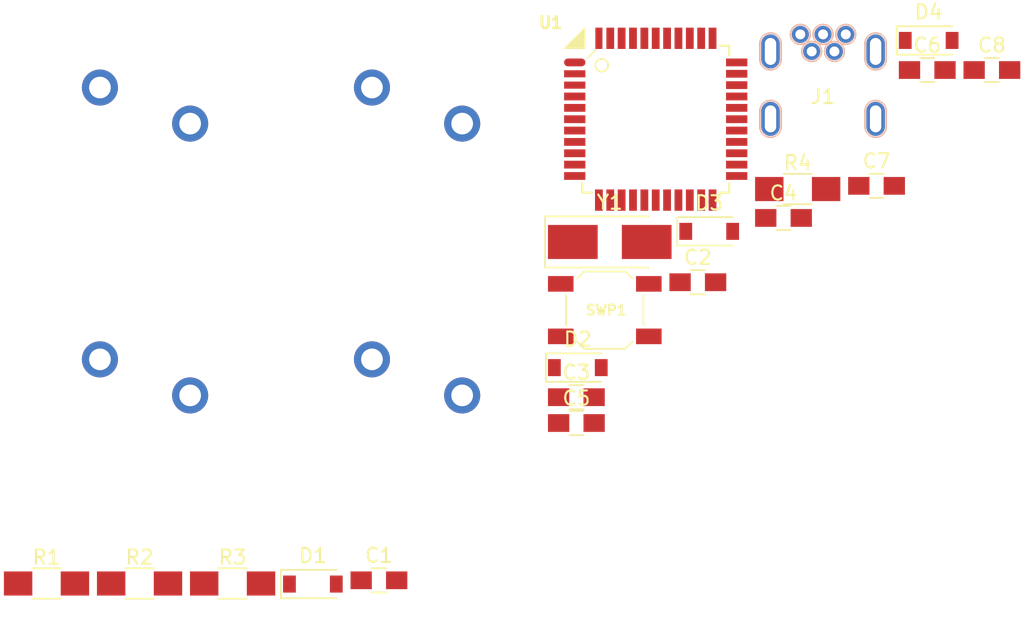
<source format=kicad_pcb>
(kicad_pcb (version 20171130) (host pcbnew "(5.0.2-5-10.14)")

  (general
    (thickness 1.6)
    (drawings 0)
    (tracks 0)
    (zones 0)
    (modules 24)
    (nets 49)
  )

  (page A4)
  (layers
    (0 F.Cu signal)
    (31 B.Cu signal)
    (32 B.Adhes user)
    (33 F.Adhes user)
    (34 B.Paste user)
    (35 F.Paste user)
    (36 B.SilkS user)
    (37 F.SilkS user)
    (38 B.Mask user)
    (39 F.Mask user)
    (40 Dwgs.User user)
    (41 Cmts.User user)
    (42 Eco1.User user)
    (43 Eco2.User user)
    (44 Edge.Cuts user)
    (45 Margin user)
    (46 B.CrtYd user)
    (47 F.CrtYd user)
    (48 B.Fab user)
    (49 F.Fab user)
  )

  (setup
    (last_trace_width 0.25)
    (trace_clearance 0.2)
    (zone_clearance 0.508)
    (zone_45_only no)
    (trace_min 0.2)
    (segment_width 0.2)
    (edge_width 0.15)
    (via_size 0.8)
    (via_drill 0.4)
    (via_min_size 0.4)
    (via_min_drill 0.3)
    (uvia_size 0.3)
    (uvia_drill 0.1)
    (uvias_allowed no)
    (uvia_min_size 0.2)
    (uvia_min_drill 0.1)
    (pcb_text_width 0.3)
    (pcb_text_size 1.5 1.5)
    (mod_edge_width 0.15)
    (mod_text_size 1 1)
    (mod_text_width 0.15)
    (pad_size 1.524 1.524)
    (pad_drill 0.762)
    (pad_to_mask_clearance 0.051)
    (solder_mask_min_width 0.25)
    (aux_axis_origin 0 0)
    (visible_elements FFFFFF7F)
    (pcbplotparams
      (layerselection 0x010fc_ffffffff)
      (usegerberextensions false)
      (usegerberattributes false)
      (usegerberadvancedattributes false)
      (creategerberjobfile false)
      (excludeedgelayer true)
      (linewidth 0.100000)
      (plotframeref false)
      (viasonmask false)
      (mode 1)
      (useauxorigin false)
      (hpglpennumber 1)
      (hpglpenspeed 20)
      (hpglpendiameter 15.000000)
      (psnegative false)
      (psa4output false)
      (plotreference true)
      (plotvalue true)
      (plotinvisibletext false)
      (padsonsilk false)
      (subtractmaskfromsilk false)
      (outputformat 1)
      (mirror false)
      (drillshape 1)
      (scaleselection 1)
      (outputdirectory ""))
  )

  (net 0 "")
  (net 1 Col1)
  (net 2 "Net-(D1-Pad2)")
  (net 3 "Net-(D2-Pad2)")
  (net 4 Col2)
  (net 5 "Net-(D3-Pad2)")
  (net 6 "Net-(D4-Pad2)")
  (net 7 GND)
  (net 8 RST)
  (net 9 "Net-(J1-Pad3)")
  (net 10 +5V)
  (net 11 "Net-(J1-Pad2)")
  (net 12 "Net-(J1-Pad4)")
  (net 13 "Net-(J1-Pad6)")
  (net 14 "Net-(U1-Pad1)")
  (net 15 "Net-(U1-Pad3)")
  (net 16 "Net-(R2-Pad1)")
  (net 17 "Net-(C6-Pad1)")
  (net 18 "Net-(U1-Pad8)")
  (net 19 "Net-(U1-Pad9)")
  (net 20 "Net-(U1-Pad10)")
  (net 21 "Net-(U1-Pad11)")
  (net 22 "Net-(U1-Pad12)")
  (net 23 "Net-(C4-Pad2)")
  (net 24 "Net-(C3-Pad1)")
  (net 25 "Net-(U1-Pad18)")
  (net 26 "Net-(U1-Pad19)")
  (net 27 "Net-(U1-Pad20)")
  (net 28 "Net-(U1-Pad21)")
  (net 29 "Net-(U1-Pad22)")
  (net 30 "Net-(U1-Pad25)")
  (net 31 "Net-(U1-Pad26)")
  (net 32 "Net-(U1-Pad27)")
  (net 33 "Net-(U1-Pad28)")
  (net 34 "Net-(U1-Pad29)")
  (net 35 "Net-(U1-Pad30)")
  (net 36 "Net-(U1-Pad31)")
  (net 37 "Net-(U1-Pad32)")
  (net 38 "Net-(R4-Pad2)")
  (net 39 "Net-(U1-Pad36)")
  (net 40 "Net-(U1-Pad37)")
  (net 41 "Net-(U1-Pad38)")
  (net 42 "Net-(U1-Pad39)")
  (net 43 "Net-(U1-Pad40)")
  (net 44 "Net-(U1-Pad41)")
  (net 45 "Net-(U1-Pad42)")
  (net 46 "Net-(R3-Pad1)")
  (net 47 Row1)
  (net 48 Row2)

  (net_class Default "This is the default net class."
    (clearance 0.2)
    (trace_width 0.25)
    (via_dia 0.8)
    (via_drill 0.4)
    (uvia_dia 0.3)
    (uvia_drill 0.1)
    (add_net +5V)
    (add_net Col1)
    (add_net Col2)
    (add_net GND)
    (add_net "Net-(C3-Pad1)")
    (add_net "Net-(C4-Pad2)")
    (add_net "Net-(C6-Pad1)")
    (add_net "Net-(D1-Pad2)")
    (add_net "Net-(D2-Pad2)")
    (add_net "Net-(D3-Pad2)")
    (add_net "Net-(D4-Pad2)")
    (add_net "Net-(J1-Pad2)")
    (add_net "Net-(J1-Pad3)")
    (add_net "Net-(J1-Pad4)")
    (add_net "Net-(J1-Pad6)")
    (add_net "Net-(R2-Pad1)")
    (add_net "Net-(R3-Pad1)")
    (add_net "Net-(R4-Pad2)")
    (add_net "Net-(U1-Pad1)")
    (add_net "Net-(U1-Pad10)")
    (add_net "Net-(U1-Pad11)")
    (add_net "Net-(U1-Pad12)")
    (add_net "Net-(U1-Pad18)")
    (add_net "Net-(U1-Pad19)")
    (add_net "Net-(U1-Pad20)")
    (add_net "Net-(U1-Pad21)")
    (add_net "Net-(U1-Pad22)")
    (add_net "Net-(U1-Pad25)")
    (add_net "Net-(U1-Pad26)")
    (add_net "Net-(U1-Pad27)")
    (add_net "Net-(U1-Pad28)")
    (add_net "Net-(U1-Pad29)")
    (add_net "Net-(U1-Pad3)")
    (add_net "Net-(U1-Pad30)")
    (add_net "Net-(U1-Pad31)")
    (add_net "Net-(U1-Pad32)")
    (add_net "Net-(U1-Pad36)")
    (add_net "Net-(U1-Pad37)")
    (add_net "Net-(U1-Pad38)")
    (add_net "Net-(U1-Pad39)")
    (add_net "Net-(U1-Pad40)")
    (add_net "Net-(U1-Pad41)")
    (add_net "Net-(U1-Pad42)")
    (add_net "Net-(U1-Pad8)")
    (add_net "Net-(U1-Pad9)")
    (add_net RST)
    (add_net Row1)
    (add_net Row2)
  )

  (module Capacitors_SMD:C_0805_HandSoldering (layer F.Cu) (tedit 58AA84A8) (tstamp 5D71B33D)
    (at 101.925001 29.360001)
    (descr "Capacitor SMD 0805, hand soldering")
    (tags "capacitor 0805")
    (path /5D71AE0D)
    (attr smd)
    (fp_text reference C8 (at 0 -1.75) (layer F.SilkS)
      (effects (font (size 1 1) (thickness 0.15)))
    )
    (fp_text value 100n (at 0 1.75) (layer F.Fab)
      (effects (font (size 1 1) (thickness 0.15)))
    )
    (fp_text user %R (at 0 -1.75) (layer F.Fab)
      (effects (font (size 1 1) (thickness 0.15)))
    )
    (fp_line (start -1 0.62) (end -1 -0.62) (layer F.Fab) (width 0.1))
    (fp_line (start 1 0.62) (end -1 0.62) (layer F.Fab) (width 0.1))
    (fp_line (start 1 -0.62) (end 1 0.62) (layer F.Fab) (width 0.1))
    (fp_line (start -1 -0.62) (end 1 -0.62) (layer F.Fab) (width 0.1))
    (fp_line (start 0.5 -0.85) (end -0.5 -0.85) (layer F.SilkS) (width 0.12))
    (fp_line (start -0.5 0.85) (end 0.5 0.85) (layer F.SilkS) (width 0.12))
    (fp_line (start -2.25 -0.88) (end 2.25 -0.88) (layer F.CrtYd) (width 0.05))
    (fp_line (start -2.25 -0.88) (end -2.25 0.87) (layer F.CrtYd) (width 0.05))
    (fp_line (start 2.25 0.87) (end 2.25 -0.88) (layer F.CrtYd) (width 0.05))
    (fp_line (start 2.25 0.87) (end -2.25 0.87) (layer F.CrtYd) (width 0.05))
    (pad 1 smd rect (at -1.25 0) (size 1.5 1.25) (layers F.Cu F.Paste F.Mask)
      (net 7 GND))
    (pad 2 smd rect (at 1.25 0) (size 1.5 1.25) (layers F.Cu F.Paste F.Mask)
      (net 10 +5V))
    (model Capacitors_SMD.3dshapes/C_0805.wrl
      (at (xyz 0 0 0))
      (scale (xyz 1 1 1))
      (rotate (xyz 0 0 0))
    )
  )

  (module Capacitors_SMD:C_0805_HandSoldering (layer F.Cu) (tedit 58AA84A8) (tstamp 5D71B32C)
    (at 93.805001 37.520001)
    (descr "Capacitor SMD 0805, hand soldering")
    (tags "capacitor 0805")
    (path /5D71ADDF)
    (attr smd)
    (fp_text reference C7 (at 0 -1.75) (layer F.SilkS)
      (effects (font (size 1 1) (thickness 0.15)))
    )
    (fp_text value 100n (at 0 1.75) (layer F.Fab)
      (effects (font (size 1 1) (thickness 0.15)))
    )
    (fp_line (start 2.25 0.87) (end -2.25 0.87) (layer F.CrtYd) (width 0.05))
    (fp_line (start 2.25 0.87) (end 2.25 -0.88) (layer F.CrtYd) (width 0.05))
    (fp_line (start -2.25 -0.88) (end -2.25 0.87) (layer F.CrtYd) (width 0.05))
    (fp_line (start -2.25 -0.88) (end 2.25 -0.88) (layer F.CrtYd) (width 0.05))
    (fp_line (start -0.5 0.85) (end 0.5 0.85) (layer F.SilkS) (width 0.12))
    (fp_line (start 0.5 -0.85) (end -0.5 -0.85) (layer F.SilkS) (width 0.12))
    (fp_line (start -1 -0.62) (end 1 -0.62) (layer F.Fab) (width 0.1))
    (fp_line (start 1 -0.62) (end 1 0.62) (layer F.Fab) (width 0.1))
    (fp_line (start 1 0.62) (end -1 0.62) (layer F.Fab) (width 0.1))
    (fp_line (start -1 0.62) (end -1 -0.62) (layer F.Fab) (width 0.1))
    (fp_text user %R (at 0 -1.75) (layer F.Fab)
      (effects (font (size 1 1) (thickness 0.15)))
    )
    (pad 2 smd rect (at 1.25 0) (size 1.5 1.25) (layers F.Cu F.Paste F.Mask)
      (net 10 +5V))
    (pad 1 smd rect (at -1.25 0) (size 1.5 1.25) (layers F.Cu F.Paste F.Mask)
      (net 7 GND))
    (model Capacitors_SMD.3dshapes/C_0805.wrl
      (at (xyz 0 0 0))
      (scale (xyz 1 1 1))
      (rotate (xyz 0 0 0))
    )
  )

  (module Capacitors_SMD:C_0805_HandSoldering (layer F.Cu) (tedit 58AA84A8) (tstamp 5D71B31B)
    (at 97.375001 29.360001)
    (descr "Capacitor SMD 0805, hand soldering")
    (tags "capacitor 0805")
    (path /5D719C1E)
    (attr smd)
    (fp_text reference C6 (at 0 -1.75) (layer F.SilkS)
      (effects (font (size 1 1) (thickness 0.15)))
    )
    (fp_text value 1uF (at 0 1.75) (layer F.Fab)
      (effects (font (size 1 1) (thickness 0.15)))
    )
    (fp_text user %R (at 0 -1.75) (layer F.Fab)
      (effects (font (size 1 1) (thickness 0.15)))
    )
    (fp_line (start -1 0.62) (end -1 -0.62) (layer F.Fab) (width 0.1))
    (fp_line (start 1 0.62) (end -1 0.62) (layer F.Fab) (width 0.1))
    (fp_line (start 1 -0.62) (end 1 0.62) (layer F.Fab) (width 0.1))
    (fp_line (start -1 -0.62) (end 1 -0.62) (layer F.Fab) (width 0.1))
    (fp_line (start 0.5 -0.85) (end -0.5 -0.85) (layer F.SilkS) (width 0.12))
    (fp_line (start -0.5 0.85) (end 0.5 0.85) (layer F.SilkS) (width 0.12))
    (fp_line (start -2.25 -0.88) (end 2.25 -0.88) (layer F.CrtYd) (width 0.05))
    (fp_line (start -2.25 -0.88) (end -2.25 0.87) (layer F.CrtYd) (width 0.05))
    (fp_line (start 2.25 0.87) (end 2.25 -0.88) (layer F.CrtYd) (width 0.05))
    (fp_line (start 2.25 0.87) (end -2.25 0.87) (layer F.CrtYd) (width 0.05))
    (pad 1 smd rect (at -1.25 0) (size 1.5 1.25) (layers F.Cu F.Paste F.Mask)
      (net 17 "Net-(C6-Pad1)"))
    (pad 2 smd rect (at 1.25 0) (size 1.5 1.25) (layers F.Cu F.Paste F.Mask)
      (net 7 GND))
    (model Capacitors_SMD.3dshapes/C_0805.wrl
      (at (xyz 0 0 0))
      (scale (xyz 1 1 1))
      (rotate (xyz 0 0 0))
    )
  )

  (module Capacitors_SMD:C_0805_HandSoldering (layer F.Cu) (tedit 58AA84A8) (tstamp 5D71B30A)
    (at 72.675001 54.230001)
    (descr "Capacitor SMD 0805, hand soldering")
    (tags "capacitor 0805")
    (path /5D71ADB3)
    (attr smd)
    (fp_text reference C5 (at 0 -1.75) (layer F.SilkS)
      (effects (font (size 1 1) (thickness 0.15)))
    )
    (fp_text value 1u (at 0 1.75) (layer F.Fab)
      (effects (font (size 1 1) (thickness 0.15)))
    )
    (fp_line (start 2.25 0.87) (end -2.25 0.87) (layer F.CrtYd) (width 0.05))
    (fp_line (start 2.25 0.87) (end 2.25 -0.88) (layer F.CrtYd) (width 0.05))
    (fp_line (start -2.25 -0.88) (end -2.25 0.87) (layer F.CrtYd) (width 0.05))
    (fp_line (start -2.25 -0.88) (end 2.25 -0.88) (layer F.CrtYd) (width 0.05))
    (fp_line (start -0.5 0.85) (end 0.5 0.85) (layer F.SilkS) (width 0.12))
    (fp_line (start 0.5 -0.85) (end -0.5 -0.85) (layer F.SilkS) (width 0.12))
    (fp_line (start -1 -0.62) (end 1 -0.62) (layer F.Fab) (width 0.1))
    (fp_line (start 1 -0.62) (end 1 0.62) (layer F.Fab) (width 0.1))
    (fp_line (start 1 0.62) (end -1 0.62) (layer F.Fab) (width 0.1))
    (fp_line (start -1 0.62) (end -1 -0.62) (layer F.Fab) (width 0.1))
    (fp_text user %R (at 0 -1.75) (layer F.Fab)
      (effects (font (size 1 1) (thickness 0.15)))
    )
    (pad 2 smd rect (at 1.25 0) (size 1.5 1.25) (layers F.Cu F.Paste F.Mask)
      (net 10 +5V))
    (pad 1 smd rect (at -1.25 0) (size 1.5 1.25) (layers F.Cu F.Paste F.Mask)
      (net 7 GND))
    (model Capacitors_SMD.3dshapes/C_0805.wrl
      (at (xyz 0 0 0))
      (scale (xyz 1 1 1))
      (rotate (xyz 0 0 0))
    )
  )

  (module Capacitors_SMD:C_0805_HandSoldering (layer F.Cu) (tedit 58AA84A8) (tstamp 5D71B2F9)
    (at 87.255001 39.780001)
    (descr "Capacitor SMD 0805, hand soldering")
    (tags "capacitor 0805")
    (path /5D71E21D)
    (attr smd)
    (fp_text reference C4 (at 0 -1.75) (layer F.SilkS)
      (effects (font (size 1 1) (thickness 0.15)))
    )
    (fp_text value 22pF (at 0 1.75) (layer F.Fab)
      (effects (font (size 1 1) (thickness 0.15)))
    )
    (fp_text user %R (at 0 -1.75) (layer F.Fab)
      (effects (font (size 1 1) (thickness 0.15)))
    )
    (fp_line (start -1 0.62) (end -1 -0.62) (layer F.Fab) (width 0.1))
    (fp_line (start 1 0.62) (end -1 0.62) (layer F.Fab) (width 0.1))
    (fp_line (start 1 -0.62) (end 1 0.62) (layer F.Fab) (width 0.1))
    (fp_line (start -1 -0.62) (end 1 -0.62) (layer F.Fab) (width 0.1))
    (fp_line (start 0.5 -0.85) (end -0.5 -0.85) (layer F.SilkS) (width 0.12))
    (fp_line (start -0.5 0.85) (end 0.5 0.85) (layer F.SilkS) (width 0.12))
    (fp_line (start -2.25 -0.88) (end 2.25 -0.88) (layer F.CrtYd) (width 0.05))
    (fp_line (start -2.25 -0.88) (end -2.25 0.87) (layer F.CrtYd) (width 0.05))
    (fp_line (start 2.25 0.87) (end 2.25 -0.88) (layer F.CrtYd) (width 0.05))
    (fp_line (start 2.25 0.87) (end -2.25 0.87) (layer F.CrtYd) (width 0.05))
    (pad 1 smd rect (at -1.25 0) (size 1.5 1.25) (layers F.Cu F.Paste F.Mask)
      (net 7 GND))
    (pad 2 smd rect (at 1.25 0) (size 1.5 1.25) (layers F.Cu F.Paste F.Mask)
      (net 23 "Net-(C4-Pad2)"))
    (model Capacitors_SMD.3dshapes/C_0805.wrl
      (at (xyz 0 0 0))
      (scale (xyz 1 1 1))
      (rotate (xyz 0 0 0))
    )
  )

  (module Capacitors_SMD:C_0805_HandSoldering (layer F.Cu) (tedit 58AA84A8) (tstamp 5D71B2E8)
    (at 72.675001 52.410001)
    (descr "Capacitor SMD 0805, hand soldering")
    (tags "capacitor 0805")
    (path /5D71D0A6)
    (attr smd)
    (fp_text reference C3 (at 0 -1.75) (layer F.SilkS)
      (effects (font (size 1 1) (thickness 0.15)))
    )
    (fp_text value 22pF (at 0 1.75) (layer F.Fab)
      (effects (font (size 1 1) (thickness 0.15)))
    )
    (fp_line (start 2.25 0.87) (end -2.25 0.87) (layer F.CrtYd) (width 0.05))
    (fp_line (start 2.25 0.87) (end 2.25 -0.88) (layer F.CrtYd) (width 0.05))
    (fp_line (start -2.25 -0.88) (end -2.25 0.87) (layer F.CrtYd) (width 0.05))
    (fp_line (start -2.25 -0.88) (end 2.25 -0.88) (layer F.CrtYd) (width 0.05))
    (fp_line (start -0.5 0.85) (end 0.5 0.85) (layer F.SilkS) (width 0.12))
    (fp_line (start 0.5 -0.85) (end -0.5 -0.85) (layer F.SilkS) (width 0.12))
    (fp_line (start -1 -0.62) (end 1 -0.62) (layer F.Fab) (width 0.1))
    (fp_line (start 1 -0.62) (end 1 0.62) (layer F.Fab) (width 0.1))
    (fp_line (start 1 0.62) (end -1 0.62) (layer F.Fab) (width 0.1))
    (fp_line (start -1 0.62) (end -1 -0.62) (layer F.Fab) (width 0.1))
    (fp_text user %R (at 0 -1.75) (layer F.Fab)
      (effects (font (size 1 1) (thickness 0.15)))
    )
    (pad 2 smd rect (at 1.25 0) (size 1.5 1.25) (layers F.Cu F.Paste F.Mask)
      (net 7 GND))
    (pad 1 smd rect (at -1.25 0) (size 1.5 1.25) (layers F.Cu F.Paste F.Mask)
      (net 24 "Net-(C3-Pad1)"))
    (model Capacitors_SMD.3dshapes/C_0805.wrl
      (at (xyz 0 0 0))
      (scale (xyz 1 1 1))
      (rotate (xyz 0 0 0))
    )
  )

  (module Capacitors_SMD:C_0805_HandSoldering (layer F.Cu) (tedit 58AA84A8) (tstamp 5D71B2D7)
    (at 81.225001 44.310001)
    (descr "Capacitor SMD 0805, hand soldering")
    (tags "capacitor 0805")
    (path /5D71AD6E)
    (attr smd)
    (fp_text reference C2 (at 0 -1.75) (layer F.SilkS)
      (effects (font (size 1 1) (thickness 0.15)))
    )
    (fp_text value 10uF (at 0 1.75) (layer F.Fab)
      (effects (font (size 1 1) (thickness 0.15)))
    )
    (fp_text user %R (at 0 -1.75) (layer F.Fab)
      (effects (font (size 1 1) (thickness 0.15)))
    )
    (fp_line (start -1 0.62) (end -1 -0.62) (layer F.Fab) (width 0.1))
    (fp_line (start 1 0.62) (end -1 0.62) (layer F.Fab) (width 0.1))
    (fp_line (start 1 -0.62) (end 1 0.62) (layer F.Fab) (width 0.1))
    (fp_line (start -1 -0.62) (end 1 -0.62) (layer F.Fab) (width 0.1))
    (fp_line (start 0.5 -0.85) (end -0.5 -0.85) (layer F.SilkS) (width 0.12))
    (fp_line (start -0.5 0.85) (end 0.5 0.85) (layer F.SilkS) (width 0.12))
    (fp_line (start -2.25 -0.88) (end 2.25 -0.88) (layer F.CrtYd) (width 0.05))
    (fp_line (start -2.25 -0.88) (end -2.25 0.87) (layer F.CrtYd) (width 0.05))
    (fp_line (start 2.25 0.87) (end 2.25 -0.88) (layer F.CrtYd) (width 0.05))
    (fp_line (start 2.25 0.87) (end -2.25 0.87) (layer F.CrtYd) (width 0.05))
    (pad 1 smd rect (at -1.25 0) (size 1.5 1.25) (layers F.Cu F.Paste F.Mask)
      (net 7 GND))
    (pad 2 smd rect (at 1.25 0) (size 1.5 1.25) (layers F.Cu F.Paste F.Mask)
      (net 10 +5V))
    (model Capacitors_SMD.3dshapes/C_0805.wrl
      (at (xyz 0 0 0))
      (scale (xyz 1 1 1))
      (rotate (xyz 0 0 0))
    )
  )

  (module Capacitors_SMD:C_0805_HandSoldering (layer F.Cu) (tedit 58AA84A8) (tstamp 5D71B2C6)
    (at 58.775001 65.310001)
    (descr "Capacitor SMD 0805, hand soldering")
    (tags "capacitor 0805")
    (path /5D71961A)
    (attr smd)
    (fp_text reference C1 (at 0 -1.75) (layer F.SilkS)
      (effects (font (size 1 1) (thickness 0.15)))
    )
    (fp_text value 22pF (at 0 1.75) (layer F.Fab)
      (effects (font (size 1 1) (thickness 0.15)))
    )
    (fp_line (start 2.25 0.87) (end -2.25 0.87) (layer F.CrtYd) (width 0.05))
    (fp_line (start 2.25 0.87) (end 2.25 -0.88) (layer F.CrtYd) (width 0.05))
    (fp_line (start -2.25 -0.88) (end -2.25 0.87) (layer F.CrtYd) (width 0.05))
    (fp_line (start -2.25 -0.88) (end 2.25 -0.88) (layer F.CrtYd) (width 0.05))
    (fp_line (start -0.5 0.85) (end 0.5 0.85) (layer F.SilkS) (width 0.12))
    (fp_line (start 0.5 -0.85) (end -0.5 -0.85) (layer F.SilkS) (width 0.12))
    (fp_line (start -1 -0.62) (end 1 -0.62) (layer F.Fab) (width 0.1))
    (fp_line (start 1 -0.62) (end 1 0.62) (layer F.Fab) (width 0.1))
    (fp_line (start 1 0.62) (end -1 0.62) (layer F.Fab) (width 0.1))
    (fp_line (start -1 0.62) (end -1 -0.62) (layer F.Fab) (width 0.1))
    (fp_text user %R (at 0 -1.75) (layer F.Fab)
      (effects (font (size 1 1) (thickness 0.15)))
    )
    (pad 2 smd rect (at 1.25 0) (size 1.5 1.25) (layers F.Cu F.Paste F.Mask)
      (net 8 RST))
    (pad 1 smd rect (at -1.25 0) (size 1.5 1.25) (layers F.Cu F.Paste F.Mask)
      (net 7 GND))
    (model Capacitors_SMD.3dshapes/C_0805.wrl
      (at (xyz 0 0 0))
      (scale (xyz 1 1 1))
      (rotate (xyz 0 0 0))
    )
  )

  (module Crystals:Crystal_SMD_5032-2pin_5.0x3.2mm_HandSoldering (layer F.Cu) (tedit 58CD2E9C) (tstamp 5D71B2B5)
    (at 75.025001 41.475001)
    (descr "SMD Crystal SERIES SMD2520/2 http://www.icbase.com/File/PDF/HKC/HKC00061008.pdf, hand-soldering, 5.0x3.2mm^2 package")
    (tags "SMD SMT crystal hand-soldering")
    (path /5D71B5CF)
    (attr smd)
    (fp_text reference Y1 (at 0 -2.8) (layer F.SilkS)
      (effects (font (size 1 1) (thickness 0.15)))
    )
    (fp_text value 16MHz (at 0 2.8) (layer F.Fab)
      (effects (font (size 1 1) (thickness 0.15)))
    )
    (fp_circle (center 0 0) (end 0.093333 0) (layer F.Adhes) (width 0.186667))
    (fp_circle (center 0 0) (end 0.213333 0) (layer F.Adhes) (width 0.133333))
    (fp_circle (center 0 0) (end 0.333333 0) (layer F.Adhes) (width 0.133333))
    (fp_circle (center 0 0) (end 0.4 0) (layer F.Adhes) (width 0.1))
    (fp_line (start 4.6 -1.9) (end -4.6 -1.9) (layer F.CrtYd) (width 0.05))
    (fp_line (start 4.6 1.9) (end 4.6 -1.9) (layer F.CrtYd) (width 0.05))
    (fp_line (start -4.6 1.9) (end 4.6 1.9) (layer F.CrtYd) (width 0.05))
    (fp_line (start -4.6 -1.9) (end -4.6 1.9) (layer F.CrtYd) (width 0.05))
    (fp_line (start -4.55 1.8) (end 2.7 1.8) (layer F.SilkS) (width 0.12))
    (fp_line (start -4.55 -1.8) (end -4.55 1.8) (layer F.SilkS) (width 0.12))
    (fp_line (start 2.7 -1.8) (end -4.55 -1.8) (layer F.SilkS) (width 0.12))
    (fp_line (start -2.5 0.6) (end -1.5 1.6) (layer F.Fab) (width 0.1))
    (fp_line (start -2.5 -1.4) (end -2.3 -1.6) (layer F.Fab) (width 0.1))
    (fp_line (start -2.5 1.4) (end -2.5 -1.4) (layer F.Fab) (width 0.1))
    (fp_line (start -2.3 1.6) (end -2.5 1.4) (layer F.Fab) (width 0.1))
    (fp_line (start 2.3 1.6) (end -2.3 1.6) (layer F.Fab) (width 0.1))
    (fp_line (start 2.5 1.4) (end 2.3 1.6) (layer F.Fab) (width 0.1))
    (fp_line (start 2.5 -1.4) (end 2.5 1.4) (layer F.Fab) (width 0.1))
    (fp_line (start 2.3 -1.6) (end 2.5 -1.4) (layer F.Fab) (width 0.1))
    (fp_line (start -2.3 -1.6) (end 2.3 -1.6) (layer F.Fab) (width 0.1))
    (fp_text user %R (at 0 0) (layer F.Fab)
      (effects (font (size 1 1) (thickness 0.15)))
    )
    (pad 2 smd rect (at 2.6 0) (size 3.5 2.4) (layers F.Cu F.Paste F.Mask)
      (net 24 "Net-(C3-Pad1)"))
    (pad 1 smd rect (at -2.6 0) (size 3.5 2.4) (layers F.Cu F.Paste F.Mask)
      (net 23 "Net-(C4-Pad2)"))
    (model ${KISYS3DMOD}/Crystals.3dshapes/Crystal_SMD_5032-2pin_5.0x3.2mm_HandSoldering.wrl
      (at (xyz 0 0 0))
      (scale (xyz 0.393701 0.393701 0.393701))
      (rotate (xyz 0 0 0))
    )
  )

  (module Diodes_SMD:D_SOD-123 (layer F.Cu) (tedit 58645DC7) (tstamp 5D71B29A)
    (at 97.475001 27.275001)
    (descr SOD-123)
    (tags SOD-123)
    (path /5D72DEA0)
    (attr smd)
    (fp_text reference D4 (at 0 -2) (layer F.SilkS)
      (effects (font (size 1 1) (thickness 0.15)))
    )
    (fp_text value D_Small (at 0 2.1) (layer F.Fab)
      (effects (font (size 1 1) (thickness 0.15)))
    )
    (fp_text user %R (at 0 -2) (layer F.Fab)
      (effects (font (size 1 1) (thickness 0.15)))
    )
    (fp_line (start -2.25 -1) (end -2.25 1) (layer F.SilkS) (width 0.12))
    (fp_line (start 0.25 0) (end 0.75 0) (layer F.Fab) (width 0.1))
    (fp_line (start 0.25 0.4) (end -0.35 0) (layer F.Fab) (width 0.1))
    (fp_line (start 0.25 -0.4) (end 0.25 0.4) (layer F.Fab) (width 0.1))
    (fp_line (start -0.35 0) (end 0.25 -0.4) (layer F.Fab) (width 0.1))
    (fp_line (start -0.35 0) (end -0.35 0.55) (layer F.Fab) (width 0.1))
    (fp_line (start -0.35 0) (end -0.35 -0.55) (layer F.Fab) (width 0.1))
    (fp_line (start -0.75 0) (end -0.35 0) (layer F.Fab) (width 0.1))
    (fp_line (start -1.4 0.9) (end -1.4 -0.9) (layer F.Fab) (width 0.1))
    (fp_line (start 1.4 0.9) (end -1.4 0.9) (layer F.Fab) (width 0.1))
    (fp_line (start 1.4 -0.9) (end 1.4 0.9) (layer F.Fab) (width 0.1))
    (fp_line (start -1.4 -0.9) (end 1.4 -0.9) (layer F.Fab) (width 0.1))
    (fp_line (start -2.35 -1.15) (end 2.35 -1.15) (layer F.CrtYd) (width 0.05))
    (fp_line (start 2.35 -1.15) (end 2.35 1.15) (layer F.CrtYd) (width 0.05))
    (fp_line (start 2.35 1.15) (end -2.35 1.15) (layer F.CrtYd) (width 0.05))
    (fp_line (start -2.35 -1.15) (end -2.35 1.15) (layer F.CrtYd) (width 0.05))
    (fp_line (start -2.25 1) (end 1.65 1) (layer F.SilkS) (width 0.12))
    (fp_line (start -2.25 -1) (end 1.65 -1) (layer F.SilkS) (width 0.12))
    (pad 1 smd rect (at -1.65 0) (size 0.9 1.2) (layers F.Cu F.Paste F.Mask)
      (net 48 Row2))
    (pad 2 smd rect (at 1.65 0) (size 0.9 1.2) (layers F.Cu F.Paste F.Mask)
      (net 6 "Net-(D4-Pad2)"))
    (model ${KISYS3DMOD}/Diodes_SMD.3dshapes/D_SOD-123.wrl
      (at (xyz 0 0 0))
      (scale (xyz 1 1 1))
      (rotate (xyz 0 0 0))
    )
  )

  (module Diodes_SMD:D_SOD-123 (layer F.Cu) (tedit 58645DC7) (tstamp 5D71B281)
    (at 82.025001 40.725001)
    (descr SOD-123)
    (tags SOD-123)
    (path /5D72D124)
    (attr smd)
    (fp_text reference D3 (at 0 -2) (layer F.SilkS)
      (effects (font (size 1 1) (thickness 0.15)))
    )
    (fp_text value D_Small (at 0 2.1) (layer F.Fab)
      (effects (font (size 1 1) (thickness 0.15)))
    )
    (fp_line (start -2.25 -1) (end 1.65 -1) (layer F.SilkS) (width 0.12))
    (fp_line (start -2.25 1) (end 1.65 1) (layer F.SilkS) (width 0.12))
    (fp_line (start -2.35 -1.15) (end -2.35 1.15) (layer F.CrtYd) (width 0.05))
    (fp_line (start 2.35 1.15) (end -2.35 1.15) (layer F.CrtYd) (width 0.05))
    (fp_line (start 2.35 -1.15) (end 2.35 1.15) (layer F.CrtYd) (width 0.05))
    (fp_line (start -2.35 -1.15) (end 2.35 -1.15) (layer F.CrtYd) (width 0.05))
    (fp_line (start -1.4 -0.9) (end 1.4 -0.9) (layer F.Fab) (width 0.1))
    (fp_line (start 1.4 -0.9) (end 1.4 0.9) (layer F.Fab) (width 0.1))
    (fp_line (start 1.4 0.9) (end -1.4 0.9) (layer F.Fab) (width 0.1))
    (fp_line (start -1.4 0.9) (end -1.4 -0.9) (layer F.Fab) (width 0.1))
    (fp_line (start -0.75 0) (end -0.35 0) (layer F.Fab) (width 0.1))
    (fp_line (start -0.35 0) (end -0.35 -0.55) (layer F.Fab) (width 0.1))
    (fp_line (start -0.35 0) (end -0.35 0.55) (layer F.Fab) (width 0.1))
    (fp_line (start -0.35 0) (end 0.25 -0.4) (layer F.Fab) (width 0.1))
    (fp_line (start 0.25 -0.4) (end 0.25 0.4) (layer F.Fab) (width 0.1))
    (fp_line (start 0.25 0.4) (end -0.35 0) (layer F.Fab) (width 0.1))
    (fp_line (start 0.25 0) (end 0.75 0) (layer F.Fab) (width 0.1))
    (fp_line (start -2.25 -1) (end -2.25 1) (layer F.SilkS) (width 0.12))
    (fp_text user %R (at 0 -2) (layer F.Fab)
      (effects (font (size 1 1) (thickness 0.15)))
    )
    (pad 2 smd rect (at 1.65 0) (size 0.9 1.2) (layers F.Cu F.Paste F.Mask)
      (net 5 "Net-(D3-Pad2)"))
    (pad 1 smd rect (at -1.65 0) (size 0.9 1.2) (layers F.Cu F.Paste F.Mask)
      (net 48 Row2))
    (model ${KISYS3DMOD}/Diodes_SMD.3dshapes/D_SOD-123.wrl
      (at (xyz 0 0 0))
      (scale (xyz 1 1 1))
      (rotate (xyz 0 0 0))
    )
  )

  (module Diodes_SMD:D_SOD-123 (layer F.Cu) (tedit 58645DC7) (tstamp 5D71B268)
    (at 72.775001 50.325001)
    (descr SOD-123)
    (tags SOD-123)
    (path /5D72C386)
    (attr smd)
    (fp_text reference D2 (at 0 -2) (layer F.SilkS)
      (effects (font (size 1 1) (thickness 0.15)))
    )
    (fp_text value D_Small (at 0 2.1) (layer F.Fab)
      (effects (font (size 1 1) (thickness 0.15)))
    )
    (fp_text user %R (at 0 -2) (layer F.Fab)
      (effects (font (size 1 1) (thickness 0.15)))
    )
    (fp_line (start -2.25 -1) (end -2.25 1) (layer F.SilkS) (width 0.12))
    (fp_line (start 0.25 0) (end 0.75 0) (layer F.Fab) (width 0.1))
    (fp_line (start 0.25 0.4) (end -0.35 0) (layer F.Fab) (width 0.1))
    (fp_line (start 0.25 -0.4) (end 0.25 0.4) (layer F.Fab) (width 0.1))
    (fp_line (start -0.35 0) (end 0.25 -0.4) (layer F.Fab) (width 0.1))
    (fp_line (start -0.35 0) (end -0.35 0.55) (layer F.Fab) (width 0.1))
    (fp_line (start -0.35 0) (end -0.35 -0.55) (layer F.Fab) (width 0.1))
    (fp_line (start -0.75 0) (end -0.35 0) (layer F.Fab) (width 0.1))
    (fp_line (start -1.4 0.9) (end -1.4 -0.9) (layer F.Fab) (width 0.1))
    (fp_line (start 1.4 0.9) (end -1.4 0.9) (layer F.Fab) (width 0.1))
    (fp_line (start 1.4 -0.9) (end 1.4 0.9) (layer F.Fab) (width 0.1))
    (fp_line (start -1.4 -0.9) (end 1.4 -0.9) (layer F.Fab) (width 0.1))
    (fp_line (start -2.35 -1.15) (end 2.35 -1.15) (layer F.CrtYd) (width 0.05))
    (fp_line (start 2.35 -1.15) (end 2.35 1.15) (layer F.CrtYd) (width 0.05))
    (fp_line (start 2.35 1.15) (end -2.35 1.15) (layer F.CrtYd) (width 0.05))
    (fp_line (start -2.35 -1.15) (end -2.35 1.15) (layer F.CrtYd) (width 0.05))
    (fp_line (start -2.25 1) (end 1.65 1) (layer F.SilkS) (width 0.12))
    (fp_line (start -2.25 -1) (end 1.65 -1) (layer F.SilkS) (width 0.12))
    (pad 1 smd rect (at -1.65 0) (size 0.9 1.2) (layers F.Cu F.Paste F.Mask)
      (net 47 Row1))
    (pad 2 smd rect (at 1.65 0) (size 0.9 1.2) (layers F.Cu F.Paste F.Mask)
      (net 3 "Net-(D2-Pad2)"))
    (model ${KISYS3DMOD}/Diodes_SMD.3dshapes/D_SOD-123.wrl
      (at (xyz 0 0 0))
      (scale (xyz 1 1 1))
      (rotate (xyz 0 0 0))
    )
  )

  (module Diodes_SMD:D_SOD-123 (layer F.Cu) (tedit 58645DC7) (tstamp 5D71B24F)
    (at 54.125001 65.575001)
    (descr SOD-123)
    (tags SOD-123)
    (path /5D7299C3)
    (attr smd)
    (fp_text reference D1 (at 0 -2) (layer F.SilkS)
      (effects (font (size 1 1) (thickness 0.15)))
    )
    (fp_text value D_Small (at 0 2.1) (layer F.Fab)
      (effects (font (size 1 1) (thickness 0.15)))
    )
    (fp_line (start -2.25 -1) (end 1.65 -1) (layer F.SilkS) (width 0.12))
    (fp_line (start -2.25 1) (end 1.65 1) (layer F.SilkS) (width 0.12))
    (fp_line (start -2.35 -1.15) (end -2.35 1.15) (layer F.CrtYd) (width 0.05))
    (fp_line (start 2.35 1.15) (end -2.35 1.15) (layer F.CrtYd) (width 0.05))
    (fp_line (start 2.35 -1.15) (end 2.35 1.15) (layer F.CrtYd) (width 0.05))
    (fp_line (start -2.35 -1.15) (end 2.35 -1.15) (layer F.CrtYd) (width 0.05))
    (fp_line (start -1.4 -0.9) (end 1.4 -0.9) (layer F.Fab) (width 0.1))
    (fp_line (start 1.4 -0.9) (end 1.4 0.9) (layer F.Fab) (width 0.1))
    (fp_line (start 1.4 0.9) (end -1.4 0.9) (layer F.Fab) (width 0.1))
    (fp_line (start -1.4 0.9) (end -1.4 -0.9) (layer F.Fab) (width 0.1))
    (fp_line (start -0.75 0) (end -0.35 0) (layer F.Fab) (width 0.1))
    (fp_line (start -0.35 0) (end -0.35 -0.55) (layer F.Fab) (width 0.1))
    (fp_line (start -0.35 0) (end -0.35 0.55) (layer F.Fab) (width 0.1))
    (fp_line (start -0.35 0) (end 0.25 -0.4) (layer F.Fab) (width 0.1))
    (fp_line (start 0.25 -0.4) (end 0.25 0.4) (layer F.Fab) (width 0.1))
    (fp_line (start 0.25 0.4) (end -0.35 0) (layer F.Fab) (width 0.1))
    (fp_line (start 0.25 0) (end 0.75 0) (layer F.Fab) (width 0.1))
    (fp_line (start -2.25 -1) (end -2.25 1) (layer F.SilkS) (width 0.12))
    (fp_text user %R (at 0 -2) (layer F.Fab)
      (effects (font (size 1 1) (thickness 0.15)))
    )
    (pad 2 smd rect (at 1.65 0) (size 0.9 1.2) (layers F.Cu F.Paste F.Mask)
      (net 2 "Net-(D1-Pad2)"))
    (pad 1 smd rect (at -1.65 0) (size 0.9 1.2) (layers F.Cu F.Paste F.Mask)
      (net 47 Row1))
    (model ${KISYS3DMOD}/Diodes_SMD.3dshapes/D_SOD-123.wrl
      (at (xyz 0 0 0))
      (scale (xyz 1 1 1))
      (rotate (xyz 0 0 0))
    )
  )

  (module Resistors_SMD:R_1206_HandSoldering (layer F.Cu) (tedit 58E0A804) (tstamp 5D71B236)
    (at 88.255001 37.745001)
    (descr "Resistor SMD 1206, hand soldering")
    (tags "resistor 1206")
    (path /5D717A57)
    (attr smd)
    (fp_text reference R4 (at 0 -1.85) (layer F.SilkS)
      (effects (font (size 1 1) (thickness 0.15)))
    )
    (fp_text value 10k (at 0 1.9) (layer F.Fab)
      (effects (font (size 1 1) (thickness 0.15)))
    )
    (fp_text user %R (at 0 0) (layer F.Fab)
      (effects (font (size 0.7 0.7) (thickness 0.105)))
    )
    (fp_line (start -1.6 0.8) (end -1.6 -0.8) (layer F.Fab) (width 0.1))
    (fp_line (start 1.6 0.8) (end -1.6 0.8) (layer F.Fab) (width 0.1))
    (fp_line (start 1.6 -0.8) (end 1.6 0.8) (layer F.Fab) (width 0.1))
    (fp_line (start -1.6 -0.8) (end 1.6 -0.8) (layer F.Fab) (width 0.1))
    (fp_line (start 1 1.07) (end -1 1.07) (layer F.SilkS) (width 0.12))
    (fp_line (start -1 -1.07) (end 1 -1.07) (layer F.SilkS) (width 0.12))
    (fp_line (start -3.25 -1.11) (end 3.25 -1.11) (layer F.CrtYd) (width 0.05))
    (fp_line (start -3.25 -1.11) (end -3.25 1.1) (layer F.CrtYd) (width 0.05))
    (fp_line (start 3.25 1.1) (end 3.25 -1.11) (layer F.CrtYd) (width 0.05))
    (fp_line (start 3.25 1.1) (end -3.25 1.1) (layer F.CrtYd) (width 0.05))
    (pad 1 smd rect (at -2 0) (size 2 1.7) (layers F.Cu F.Paste F.Mask)
      (net 7 GND))
    (pad 2 smd rect (at 2 0) (size 2 1.7) (layers F.Cu F.Paste F.Mask)
      (net 38 "Net-(R4-Pad2)"))
    (model ${KISYS3DMOD}/Resistors_SMD.3dshapes/R_1206.wrl
      (at (xyz 0 0 0))
      (scale (xyz 1 1 1))
      (rotate (xyz 0 0 0))
    )
  )

  (module Resistors_SMD:R_1206_HandSoldering (layer F.Cu) (tedit 58E0A804) (tstamp 5D71B225)
    (at 48.475001 65.535001)
    (descr "Resistor SMD 1206, hand soldering")
    (tags "resistor 1206")
    (path /5D722551)
    (attr smd)
    (fp_text reference R3 (at 0 -1.85) (layer F.SilkS)
      (effects (font (size 1 1) (thickness 0.15)))
    )
    (fp_text value 22 (at 0 1.9) (layer F.Fab)
      (effects (font (size 1 1) (thickness 0.15)))
    )
    (fp_line (start 3.25 1.1) (end -3.25 1.1) (layer F.CrtYd) (width 0.05))
    (fp_line (start 3.25 1.1) (end 3.25 -1.11) (layer F.CrtYd) (width 0.05))
    (fp_line (start -3.25 -1.11) (end -3.25 1.1) (layer F.CrtYd) (width 0.05))
    (fp_line (start -3.25 -1.11) (end 3.25 -1.11) (layer F.CrtYd) (width 0.05))
    (fp_line (start -1 -1.07) (end 1 -1.07) (layer F.SilkS) (width 0.12))
    (fp_line (start 1 1.07) (end -1 1.07) (layer F.SilkS) (width 0.12))
    (fp_line (start -1.6 -0.8) (end 1.6 -0.8) (layer F.Fab) (width 0.1))
    (fp_line (start 1.6 -0.8) (end 1.6 0.8) (layer F.Fab) (width 0.1))
    (fp_line (start 1.6 0.8) (end -1.6 0.8) (layer F.Fab) (width 0.1))
    (fp_line (start -1.6 0.8) (end -1.6 -0.8) (layer F.Fab) (width 0.1))
    (fp_text user %R (at 0 0) (layer F.Fab)
      (effects (font (size 0.7 0.7) (thickness 0.105)))
    )
    (pad 2 smd rect (at 2 0) (size 2 1.7) (layers F.Cu F.Paste F.Mask)
      (net 11 "Net-(J1-Pad2)"))
    (pad 1 smd rect (at -2 0) (size 2 1.7) (layers F.Cu F.Paste F.Mask)
      (net 46 "Net-(R3-Pad1)"))
    (model ${KISYS3DMOD}/Resistors_SMD.3dshapes/R_1206.wrl
      (at (xyz 0 0 0))
      (scale (xyz 1 1 1))
      (rotate (xyz 0 0 0))
    )
  )

  (module Resistors_SMD:R_1206_HandSoldering (layer F.Cu) (tedit 58E0A804) (tstamp 5D71B214)
    (at 41.925001 65.535001)
    (descr "Resistor SMD 1206, hand soldering")
    (tags "resistor 1206")
    (path /5D7224FD)
    (attr smd)
    (fp_text reference R2 (at 0 -1.85) (layer F.SilkS)
      (effects (font (size 1 1) (thickness 0.15)))
    )
    (fp_text value 22 (at 0 1.9) (layer F.Fab)
      (effects (font (size 1 1) (thickness 0.15)))
    )
    (fp_text user %R (at 0 0) (layer F.Fab)
      (effects (font (size 0.7 0.7) (thickness 0.105)))
    )
    (fp_line (start -1.6 0.8) (end -1.6 -0.8) (layer F.Fab) (width 0.1))
    (fp_line (start 1.6 0.8) (end -1.6 0.8) (layer F.Fab) (width 0.1))
    (fp_line (start 1.6 -0.8) (end 1.6 0.8) (layer F.Fab) (width 0.1))
    (fp_line (start -1.6 -0.8) (end 1.6 -0.8) (layer F.Fab) (width 0.1))
    (fp_line (start 1 1.07) (end -1 1.07) (layer F.SilkS) (width 0.12))
    (fp_line (start -1 -1.07) (end 1 -1.07) (layer F.SilkS) (width 0.12))
    (fp_line (start -3.25 -1.11) (end 3.25 -1.11) (layer F.CrtYd) (width 0.05))
    (fp_line (start -3.25 -1.11) (end -3.25 1.1) (layer F.CrtYd) (width 0.05))
    (fp_line (start 3.25 1.1) (end 3.25 -1.11) (layer F.CrtYd) (width 0.05))
    (fp_line (start 3.25 1.1) (end -3.25 1.1) (layer F.CrtYd) (width 0.05))
    (pad 1 smd rect (at -2 0) (size 2 1.7) (layers F.Cu F.Paste F.Mask)
      (net 16 "Net-(R2-Pad1)"))
    (pad 2 smd rect (at 2 0) (size 2 1.7) (layers F.Cu F.Paste F.Mask)
      (net 9 "Net-(J1-Pad3)"))
    (model ${KISYS3DMOD}/Resistors_SMD.3dshapes/R_1206.wrl
      (at (xyz 0 0 0))
      (scale (xyz 1 1 1))
      (rotate (xyz 0 0 0))
    )
  )

  (module Resistors_SMD:R_1206_HandSoldering (layer F.Cu) (tedit 58E0A804) (tstamp 5D71B203)
    (at 35.375001 65.535001)
    (descr "Resistor SMD 1206, hand soldering")
    (tags "resistor 1206")
    (path /5D71900B)
    (attr smd)
    (fp_text reference R1 (at 0 -1.85) (layer F.SilkS)
      (effects (font (size 1 1) (thickness 0.15)))
    )
    (fp_text value 10k (at 0 1.9) (layer F.Fab)
      (effects (font (size 1 1) (thickness 0.15)))
    )
    (fp_line (start 3.25 1.1) (end -3.25 1.1) (layer F.CrtYd) (width 0.05))
    (fp_line (start 3.25 1.1) (end 3.25 -1.11) (layer F.CrtYd) (width 0.05))
    (fp_line (start -3.25 -1.11) (end -3.25 1.1) (layer F.CrtYd) (width 0.05))
    (fp_line (start -3.25 -1.11) (end 3.25 -1.11) (layer F.CrtYd) (width 0.05))
    (fp_line (start -1 -1.07) (end 1 -1.07) (layer F.SilkS) (width 0.12))
    (fp_line (start 1 1.07) (end -1 1.07) (layer F.SilkS) (width 0.12))
    (fp_line (start -1.6 -0.8) (end 1.6 -0.8) (layer F.Fab) (width 0.1))
    (fp_line (start 1.6 -0.8) (end 1.6 0.8) (layer F.Fab) (width 0.1))
    (fp_line (start 1.6 0.8) (end -1.6 0.8) (layer F.Fab) (width 0.1))
    (fp_line (start -1.6 0.8) (end -1.6 -0.8) (layer F.Fab) (width 0.1))
    (fp_text user %R (at 0 0) (layer F.Fab)
      (effects (font (size 0.7 0.7) (thickness 0.105)))
    )
    (pad 2 smd rect (at 2 0) (size 2 1.7) (layers F.Cu F.Paste F.Mask)
      (net 10 +5V))
    (pad 1 smd rect (at -2 0) (size 2 1.7) (layers F.Cu F.Paste F.Mask)
      (net 8 RST))
    (model ${KISYS3DMOD}/Resistors_SMD.3dshapes/R_1206.wrl
      (at (xyz 0 0 0))
      (scale (xyz 1 1 1))
      (rotate (xyz 0 0 0))
    )
  )

  (module acheron_Components:TQPF-44_10x10mm_P0.8mm (layer F.Cu) (tedit 5D51DEED) (tstamp 5D71B1F2)
    (at 78.260001 32.825001)
    (descr "44-Lead Plastic Thin Quad Flatpack (PT) - 10x10x1.0 mm Body [TQFP] (see Microchip Packaging Specification 00000049BS.pdf)")
    (tags "QFP 0.8")
    (path /5D7172A4)
    (attr smd)
    (fp_text reference U1 (at -7.4 -6.8) (layer F.SilkS)
      (effects (font (size 0.8 0.8) (thickness 0.2)))
    )
    (fp_text value ATmega32U4-AU (at 0 7.8) (layer F.Fab)
      (effects (font (size 0.6 0.6) (thickness 0.1)))
    )
    (fp_text user %R (at 0 0) (layer F.Fab)
      (effects (font (size 1 1) (thickness 0.15)))
    )
    (fp_line (start -4 -5) (end 5 -5) (layer F.Fab) (width 0.15))
    (fp_line (start 5 -5) (end 5 5) (layer F.Fab) (width 0.15))
    (fp_line (start 5 5) (end -5 5) (layer F.Fab) (width 0.15))
    (fp_line (start -5 5) (end -5 -4) (layer F.Fab) (width 0.15))
    (fp_line (start -5 -4) (end -4 -5) (layer F.Fab) (width 0.15))
    (fp_line (start -6.7 -6.7) (end -6.7 6.7) (layer F.CrtYd) (width 0.05))
    (fp_line (start 6.7 -6.7) (end 6.7 6.7) (layer F.CrtYd) (width 0.05))
    (fp_line (start -6.7 -6.7) (end 6.7 -6.7) (layer F.CrtYd) (width 0.05))
    (fp_line (start -6.7 6.7) (end 6.7 6.7) (layer F.CrtYd) (width 0.05))
    (fp_line (start 5.175 -5.175) (end 5.175 -4.5) (layer F.SilkS) (width 0.15))
    (fp_line (start 5.175 5.175) (end 5.175 4.5) (layer F.SilkS) (width 0.15))
    (fp_line (start -5.175 5.175) (end -5.175 4.5) (layer F.SilkS) (width 0.15))
    (fp_line (start -5.175 5.175) (end -4.5 5.175) (layer F.SilkS) (width 0.15))
    (fp_line (start 5.175 5.175) (end 4.5 5.175) (layer F.SilkS) (width 0.15))
    (fp_line (start 5.175 -5.175) (end 4.5 -5.175) (layer F.SilkS) (width 0.15))
    (fp_poly (pts (xy -6.4 -5) (xy -5 -5) (xy -5 -6.4)) (layer F.SilkS) (width 0.1))
    (fp_circle (center -3.8 -3.8) (end -3.352786 -3.8) (layer F.SilkS) (width 0.12))
    (fp_text user 1 (at -8.2 -4) (layer F.Fab)
      (effects (font (size 1 1) (thickness 0.15)))
    )
    (fp_line (start -7.8 -4) (end -7 -4) (layer F.Fab) (width 0.12))
    (fp_line (start -7 -4) (end -7.2 -4.2) (layer F.Fab) (width 0.12))
    (fp_line (start -7 -4) (end -7.2 -3.8) (layer F.Fab) (width 0.12))
    (fp_line (start -4.8 -4.3) (end -4.2 -4.9) (layer F.SilkS) (width 0.1))
    (pad 1 smd oval (at -5.7 -4) (size 1.5 0.55) (layers F.Cu F.Paste F.Mask)
      (net 14 "Net-(U1-Pad1)"))
    (pad 2 smd trapezoid (at -5.7 -3.2) (size 1.5 0.5) (layers F.Cu F.Paste F.Mask)
      (net 10 +5V))
    (pad 3 smd trapezoid (at -5.7 -2.4) (size 1.5 0.5) (layers F.Cu F.Paste F.Mask)
      (net 15 "Net-(U1-Pad3)"))
    (pad 4 smd trapezoid (at -5.7 -1.6) (size 1.5 0.55) (layers F.Cu F.Paste F.Mask)
      (net 16 "Net-(R2-Pad1)"))
    (pad 5 smd trapezoid (at -5.7 -0.8) (size 1.5 0.55) (layers F.Cu F.Paste F.Mask)
      (net 7 GND))
    (pad 6 smd trapezoid (at -5.7 0) (size 1.5 0.55) (layers F.Cu F.Paste F.Mask)
      (net 17 "Net-(C6-Pad1)"))
    (pad 7 smd trapezoid (at -5.7 0.8) (size 1.5 0.55) (layers F.Cu F.Paste F.Mask)
      (net 10 +5V))
    (pad 8 smd trapezoid (at -5.7 1.6) (size 1.5 0.55) (layers F.Cu F.Paste F.Mask)
      (net 18 "Net-(U1-Pad8)"))
    (pad 9 smd trapezoid (at -5.7 2.4) (size 1.5 0.55) (layers F.Cu F.Paste F.Mask)
      (net 19 "Net-(U1-Pad9)"))
    (pad 10 smd trapezoid (at -5.7 3.2) (size 1.5 0.55) (layers F.Cu F.Paste F.Mask)
      (net 20 "Net-(U1-Pad10)"))
    (pad 11 smd trapezoid (at -5.7 4) (size 1.5 0.55) (layers F.Cu F.Paste F.Mask)
      (net 21 "Net-(U1-Pad11)"))
    (pad 12 smd trapezoid (at -4 5.7 90) (size 1.5 0.55) (layers F.Cu F.Paste F.Mask)
      (net 22 "Net-(U1-Pad12)"))
    (pad 13 smd trapezoid (at -3.2 5.7 90) (size 1.5 0.55) (layers F.Cu F.Paste F.Mask)
      (net 8 RST))
    (pad 14 smd trapezoid (at -2.4 5.7 90) (size 1.5 0.55) (layers F.Cu F.Paste F.Mask)
      (net 10 +5V))
    (pad 15 smd trapezoid (at -1.6 5.7 90) (size 1.5 0.55) (layers F.Cu F.Paste F.Mask)
      (net 7 GND))
    (pad 16 smd trapezoid (at -0.8 5.7 90) (size 1.5 0.55) (layers F.Cu F.Paste F.Mask)
      (net 23 "Net-(C4-Pad2)"))
    (pad 17 smd trapezoid (at 0 5.7 90) (size 1.5 0.55) (layers F.Cu F.Paste F.Mask)
      (net 24 "Net-(C3-Pad1)"))
    (pad 18 smd trapezoid (at 0.8 5.7 90) (size 1.5 0.55) (layers F.Cu F.Paste F.Mask)
      (net 25 "Net-(U1-Pad18)"))
    (pad 19 smd trapezoid (at 1.6 5.7 90) (size 1.5 0.55) (layers F.Cu F.Paste F.Mask)
      (net 26 "Net-(U1-Pad19)"))
    (pad 20 smd trapezoid (at 2.4 5.7 90) (size 1.5 0.55) (layers F.Cu F.Paste F.Mask)
      (net 27 "Net-(U1-Pad20)"))
    (pad 21 smd trapezoid (at 3.2 5.7 90) (size 1.5 0.55) (layers F.Cu F.Paste F.Mask)
      (net 28 "Net-(U1-Pad21)"))
    (pad 22 smd trapezoid (at 4 5.7 90) (size 1.5 0.55) (layers F.Cu F.Paste F.Mask)
      (net 29 "Net-(U1-Pad22)"))
    (pad 23 smd trapezoid (at 5.7 4) (size 1.5 0.55) (layers F.Cu F.Paste F.Mask)
      (net 7 GND))
    (pad 24 smd trapezoid (at 5.7 3.2) (size 1.5 0.55) (layers F.Cu F.Paste F.Mask)
      (net 10 +5V))
    (pad 25 smd trapezoid (at 5.7 2.4) (size 1.5 0.55) (layers F.Cu F.Paste F.Mask)
      (net 30 "Net-(U1-Pad25)"))
    (pad 26 smd trapezoid (at 5.7 1.6) (size 1.5 0.55) (layers F.Cu F.Paste F.Mask)
      (net 31 "Net-(U1-Pad26)"))
    (pad 27 smd trapezoid (at 5.7 0.8) (size 1.5 0.55) (layers F.Cu F.Paste F.Mask)
      (net 32 "Net-(U1-Pad27)"))
    (pad 28 smd trapezoid (at 5.7 0) (size 1.5 0.55) (layers F.Cu F.Paste F.Mask)
      (net 33 "Net-(U1-Pad28)"))
    (pad 29 smd trapezoid (at 5.7 -0.8) (size 1.5 0.55) (layers F.Cu F.Paste F.Mask)
      (net 34 "Net-(U1-Pad29)"))
    (pad 30 smd trapezoid (at 5.7 -1.6) (size 1.5 0.55) (layers F.Cu F.Paste F.Mask)
      (net 35 "Net-(U1-Pad30)"))
    (pad 31 smd trapezoid (at 5.7 -2.4) (size 1.5 0.55) (layers F.Cu F.Paste F.Mask)
      (net 36 "Net-(U1-Pad31)"))
    (pad 32 smd trapezoid (at 5.7 -3.2) (size 1.5 0.55) (layers F.Cu F.Paste F.Mask)
      (net 37 "Net-(U1-Pad32)"))
    (pad 33 smd trapezoid (at 5.7 -4) (size 1.5 0.55) (layers F.Cu F.Paste F.Mask)
      (net 38 "Net-(R4-Pad2)"))
    (pad 34 smd trapezoid (at 4 -5.7 90) (size 1.5 0.55) (layers F.Cu F.Paste F.Mask)
      (net 10 +5V))
    (pad 35 smd trapezoid (at 3.2 -5.7 90) (size 1.5 0.55) (layers F.Cu F.Paste F.Mask)
      (net 7 GND))
    (pad 36 smd trapezoid (at 2.4 -5.7 90) (size 1.5 0.55) (layers F.Cu F.Paste F.Mask)
      (net 39 "Net-(U1-Pad36)"))
    (pad 37 smd trapezoid (at 1.6 -5.7 90) (size 1.5 0.55) (layers F.Cu F.Paste F.Mask)
      (net 40 "Net-(U1-Pad37)"))
    (pad 38 smd trapezoid (at 0.8 -5.7 90) (size 1.5 0.55) (layers F.Cu F.Paste F.Mask)
      (net 41 "Net-(U1-Pad38)"))
    (pad 39 smd trapezoid (at 0 -5.7 90) (size 1.5 0.55) (layers F.Cu F.Paste F.Mask)
      (net 42 "Net-(U1-Pad39)"))
    (pad 40 smd trapezoid (at -0.8 -5.7 90) (size 1.5 0.55) (layers F.Cu F.Paste F.Mask)
      (net 43 "Net-(U1-Pad40)"))
    (pad 41 smd trapezoid (at -1.6 -5.7 90) (size 1.5 0.55) (layers F.Cu F.Paste F.Mask)
      (net 44 "Net-(U1-Pad41)"))
    (pad 42 smd trapezoid (at -2.4 -5.7 90) (size 1.5 0.55) (layers F.Cu F.Paste F.Mask)
      (net 45 "Net-(U1-Pad42)"))
    (pad 43 smd trapezoid (at -3.2 -5.7 90) (size 1.5 0.55) (layers F.Cu F.Paste F.Mask)
      (net 7 GND))
    (pad 44 smd trapezoid (at -4 -5.7 90) (size 1.5 0.5) (layers F.Cu F.Paste F.Mask)
      (net 10 +5V))
    (model ${KISYS3DMOD}/Package_QFP.3dshapes/TQFP-44_10x10mm_P0.8mm.wrl
      (at (xyz 0 0 0))
      (scale (xyz 1 1 1))
      (rotate (xyz 0 0 0))
    )
  )

  (module acheron_Connectors:USB_MiniB_XM7D-0512 (layer F.Cu) (tedit 5D250045) (tstamp 5D71B1AB)
    (at 90.040001 28.050001)
    (path /5D71E31F)
    (fp_text reference J1 (at 0 3.18) (layer F.SilkS)
      (effects (font (size 1 1) (thickness 0.15)))
    )
    (fp_text value USB_B_Mini (at 0 -3.1) (layer F.Fab)
      (effects (font (size 0.5 0.5) (thickness 0.1)))
    )
    (fp_circle (center -0.8 0) (end -0.1 0) (layer F.SilkS) (width 0.1))
    (fp_text user "CONNECTOR EDGE" (at 0 8) (layer Cmts.User)
      (effects (font (size 0.5 0.5) (thickness 0.125)))
    )
    (fp_circle (center -1.6 -1.2) (end -0.9 -1.2) (layer F.SilkS) (width 0.1))
    (fp_circle (center 0 -1.2) (end 0.7 -1.2) (layer F.SilkS) (width 0.1))
    (fp_circle (center 1.6 -1.2) (end 2.3 -1.2) (layer F.SilkS) (width 0.1))
    (fp_circle (center 0.8 0) (end 1.5 0) (layer F.SilkS) (width 0.1))
    (fp_circle (center -1.6 -1.2) (end -0.9 -1.2) (layer B.SilkS) (width 0.1))
    (fp_circle (center 0.8 0) (end 1.5 0) (layer B.SilkS) (width 0.1))
    (fp_circle (center 1.6 -1.2) (end 2.3 -1.2) (layer B.SilkS) (width 0.1))
    (fp_circle (center -0.8 0) (end -0.1 0) (layer B.SilkS) (width 0.1))
    (fp_circle (center 0 -1.2) (end 0.7 -1.2) (layer B.SilkS) (width 0.1))
    (fp_line (start -2.5 -1.62) (end -2.5 0.88) (layer F.Fab) (width 0.12))
    (fp_line (start -2.3 1.08) (end 2.3 1.08) (layer F.Fab) (width 0.12))
    (fp_line (start 2.5 0.88) (end 2.5 -1.62) (layer F.Fab) (width 0.12))
    (fp_line (start 2.7 -1.82) (end 4.5 -1.82) (layer F.Fab) (width 0.12))
    (fp_line (start 4.7 -1.62) (end 4.7 5.88) (layer F.Fab) (width 0.12))
    (fp_line (start 4.5 6.08) (end -4.5 6.08) (layer F.Fab) (width 0.12))
    (fp_line (start -4.5 -1.82) (end -2.7 -1.82) (layer F.Fab) (width 0.12))
    (fp_line (start -4.7 -1.32) (end -4.2 -1.82) (layer F.Fab) (width 0.05))
    (fp_line (start -4.7 -0.82) (end -3.7 -1.82) (layer F.Fab) (width 0.05))
    (fp_line (start -3.8 -1.22) (end -3.2 -1.82) (layer F.Fab) (width 0.05))
    (fp_line (start -3.2 -1.2) (end -2.6 -1.82) (layer F.Fab) (width 0.05))
    (fp_line (start -3 -0.8) (end -2.5 -1.32) (layer F.Fab) (width 0.05))
    (fp_line (start -2.9 -0.3) (end -2.5 -0.72) (layer F.Fab) (width 0.05))
    (fp_line (start -2.9 0.3) (end -2.5 -0.12) (layer F.Fab) (width 0.05))
    (fp_line (start -4.7 2.68) (end -2.5 0.48) (layer F.Fab) (width 0.05))
    (fp_text user "KEEPOUT ZONE" (at 0 3.08) (layer F.Fab)
      (effects (font (size 0.5 0.5) (thickness 0.125)))
    )
    (fp_line (start -4.7 3.28) (end -2.45 1.05) (layer F.Fab) (width 0.05))
    (fp_line (start -4.7 3.88) (end -1.9 1.08) (layer F.Fab) (width 0.05))
    (fp_line (start -3.5 3.3) (end -1.3 1.08) (layer F.Fab) (width 0.05))
    (fp_line (start -2.2 2.58) (end -0.7 1.08) (layer F.Fab) (width 0.05))
    (fp_line (start -1.6 2.58) (end -0.1 1.08) (layer F.Fab) (width 0.05))
    (fp_line (start -1 2.58) (end 0.5 1.08) (layer F.Fab) (width 0.05))
    (fp_line (start -0.4 2.58) (end 1.1 1.08) (layer F.Fab) (width 0.05))
    (fp_line (start -3.3 6.08) (end -0.8 3.58) (layer F.Fab) (width 0.05))
    (fp_line (start 0.8 2.58) (end 2.3 1.08) (layer F.Fab) (width 0.05))
    (fp_line (start 2 2.58) (end 3.3 1.3) (layer F.Fab) (width 0.05))
    (fp_line (start 1.4 2.58) (end 3 1) (layer F.Fab) (width 0.05))
    (fp_line (start 2.6 2.58) (end 3.9 1.28) (layer F.Fab) (width 0.05))
    (fp_line (start 3 2.8) (end 4.7 1.08) (layer F.Fab) (width 0.05))
    (fp_line (start 3.7 3.4) (end 4.7 2.38) (layer F.Fab) (width 0.05))
    (fp_line (start 1.7 6.08) (end 2.9 4.8) (layer F.Fab) (width 0.05))
    (fp_line (start 2.3 6.08) (end 2.9 5.5) (layer F.Fab) (width 0.05))
    (fp_line (start 2.8 6.08) (end 3.1 5.8) (layer F.Fab) (width 0.05))
    (fp_line (start 4.5 5) (end 4.7 4.78) (layer F.Fab) (width 0.05))
    (fp_line (start 4 6.08) (end 4.7 5.38) (layer F.Fab) (width 0.05))
    (fp_line (start 2.5 0.88) (end 2.9 0.5) (layer F.Fab) (width 0.05))
    (fp_line (start 2.5 0.28) (end 2.9 -0.1) (layer F.Fab) (width 0.05))
    (fp_line (start 2.5 -0.32) (end 4 -1.82) (layer F.Fab) (width 0.05))
    (fp_line (start 2.5 -0.92) (end 3.4 -1.82) (layer F.Fab) (width 0.05))
    (fp_line (start -4.7 1.98) (end -4 1.28) (layer F.Fab) (width 0.05))
    (fp_line (start -4.7 1.38) (end -4.4 1.08) (layer F.Fab) (width 0.05))
    (fp_line (start -2.9 4) (end -2.5 3.58) (layer F.Fab) (width 0.05))
    (fp_line (start -2.9 4.5) (end -2 3.58) (layer F.Fab) (width 0.05))
    (fp_line (start -2.9 5.1) (end -1.4 3.58) (layer F.Fab) (width 0.05))
    (fp_line (start 0.2 2.58) (end 1.7 1.08) (layer F.Fab) (width 0.05))
    (fp_line (start -2.7 6.08) (end -0.2 3.58) (layer F.Fab) (width 0.05))
    (fp_line (start -2.1 6.08) (end 0.4 3.58) (layer F.Fab) (width 0.05))
    (fp_line (start -1.5 6.08) (end 1 3.58) (layer F.Fab) (width 0.05))
    (fp_line (start -0.9 6.08) (end 1.6 3.58) (layer F.Fab) (width 0.05))
    (fp_line (start 4.1 -1.32) (end 4.6 -1.82) (layer F.Fab) (width 0.05))
    (fp_line (start -0.2 6.08) (end 2.3 3.58) (layer F.Fab) (width 0.05))
    (fp_line (start 0.5 6.08) (end 4.7 1.8) (layer F.Fab) (width 0.05))
    (fp_line (start 1.1 6.08) (end 2.9 4.2) (layer F.Fab) (width 0.05))
    (fp_line (start -4.5 6.08) (end -4.3 5.88) (layer F.Fab) (width 0.05))
    (fp_line (start -4.7 5.78) (end -4.5 5.58) (layer F.Fab) (width 0.05))
    (fp_line (start -3.9 6.08) (end -3.8 5.98) (layer F.Fab) (width 0.05))
    (fp_line (start -4.7 4.98) (end -4.5 4.8) (layer F.Fab) (width 0.05))
    (fp_line (start -4.7 4.48) (end -4.5 4.3) (layer F.Fab) (width 0.05))
    (fp_line (start 4.1 3.5) (end 4.7 2.9) (layer F.Fab) (width 0.05))
    (fp_line (start 4.4 4) (end 4.7 3.68) (layer F.Fab) (width 0.05))
    (fp_line (start 3.4 6.08) (end 3.6 5.88) (layer F.Fab) (width 0.05))
    (fp_line (start 4.5 4.5) (end 4.7 4.3) (layer F.Fab) (width 0.05))
    (fp_line (start 4.3 -1.1) (end 4.7 -1.5) (layer F.Fab) (width 0.05))
    (fp_line (start 4.4 -0.7) (end 4.7 -1) (layer F.Fab) (width 0.05))
    (fp_line (start 4.5 -0.3) (end 4.7 -0.5) (layer F.Fab) (width 0.05))
    (fp_line (start 4.5 0.2) (end 4.7 0) (layer F.Fab) (width 0.05))
    (fp_line (start 4.4 0.8) (end 4.7 0.5) (layer F.Fab) (width 0.05))
    (fp_line (start -4.7 0.7) (end -4.5 0.5) (layer F.Fab) (width 0.05))
    (fp_line (start -4.7 0.1) (end -4.5 -0.1) (layer F.Fab) (width 0.05))
    (fp_line (start -4.7 -0.4) (end -4.5 -0.6) (layer F.Fab) (width 0.05))
    (fp_line (start -3.2 3.6) (end -2.9 3.3) (layer F.Fab) (width 0.05))
    (fp_arc (start 2.3 0.88) (end 2.3 1.08) (angle -90) (layer F.Fab) (width 0.12))
    (fp_arc (start -2.3 0.88) (end -2.5 0.88) (angle -90) (layer F.Fab) (width 0.12))
    (fp_arc (start -2.7 -1.62) (end -2.5 -1.62) (angle -90) (layer F.Fab) (width 0.12))
    (fp_arc (start -4.5 -1.62) (end -4.5 -1.82) (angle -90) (layer F.Fab) (width 0.12))
    (fp_arc (start -4.5 5.88) (end -4.7 5.88) (angle -90) (layer F.Fab) (width 0.12))
    (fp_arc (start 4.5 5.88) (end 4.5 6.08) (angle -90) (layer F.Fab) (width 0.12))
    (fp_arc (start 4.5 -1.62) (end 4.7 -1.62) (angle -90) (layer F.Fab) (width 0.12))
    (fp_arc (start 2.7 -1.62) (end 2.7 -1.82) (angle -90) (layer F.Fab) (width 0.12))
    (fp_arc (start -3.7 -0.55) (end -2.95 -0.55) (angle -180) (layer B.SilkS) (width 0.1))
    (fp_arc (start -3.7 0.55) (end -4.45 0.55) (angle -180) (layer B.SilkS) (width 0.1))
    (fp_line (start -4.45 0.55) (end -4.45 -0.55) (layer B.SilkS) (width 0.1))
    (fp_line (start -2.95 0.55) (end -2.95 -0.55) (layer B.SilkS) (width 0.1))
    (fp_arc (start 3.7 -0.55) (end 4.45 -0.55) (angle -180) (layer F.SilkS) (width 0.1))
    (fp_arc (start 3.7 0.55) (end 2.95 0.55) (angle -180) (layer F.SilkS) (width 0.1))
    (fp_line (start 4.45 0.55) (end 4.45 -0.55) (layer F.SilkS) (width 0.1))
    (fp_line (start 2.95 0.55) (end 2.95 -0.55) (layer F.SilkS) (width 0.1))
    (fp_line (start 4.45 5.3) (end 4.45 4.2) (layer B.SilkS) (width 0.1))
    (fp_arc (start 3.7 5.3) (end 2.95 5.3) (angle -180) (layer B.SilkS) (width 0.1))
    (fp_line (start 2.95 5.3) (end 2.95 4.2) (layer B.SilkS) (width 0.1))
    (fp_arc (start 3.7 4.2) (end 4.45 4.2) (angle -180) (layer B.SilkS) (width 0.1))
    (fp_line (start -2.95 5.3) (end -2.95 4.2) (layer B.SilkS) (width 0.1))
    (fp_arc (start -3.7 5.3) (end -4.45 5.3) (angle -180) (layer B.SilkS) (width 0.1))
    (fp_arc (start -3.7 4.2) (end -2.95 4.2) (angle -180) (layer F.SilkS) (width 0.1))
    (fp_line (start -4.45 5.3) (end -4.45 4.2) (layer B.SilkS) (width 0.1))
    (fp_line (start 4.45 0.55) (end 4.45 -0.55) (layer B.SilkS) (width 0.1))
    (fp_arc (start 3.7 0.55) (end 2.95 0.55) (angle -180) (layer B.SilkS) (width 0.1))
    (fp_line (start 2.95 0.55) (end 2.95 -0.55) (layer B.SilkS) (width 0.1))
    (fp_arc (start 3.7 -0.55) (end 4.45 -0.55) (angle -180) (layer B.SilkS) (width 0.1))
    (fp_line (start 4.45 5.3) (end 4.45 4.2) (layer F.SilkS) (width 0.1))
    (fp_arc (start 3.7 5.3) (end 2.95 5.3) (angle -180) (layer F.SilkS) (width 0.1))
    (fp_arc (start 3.7 4.2) (end 4.45 4.2) (angle -180) (layer F.SilkS) (width 0.1))
    (fp_line (start 2.95 5.3) (end 2.95 4.2) (layer F.SilkS) (width 0.1))
    (fp_line (start -4.45 5.3) (end -4.45 4.2) (layer F.SilkS) (width 0.1))
    (fp_arc (start -3.7 5.3) (end -4.45 5.3) (angle -180) (layer F.SilkS) (width 0.1))
    (fp_arc (start -3.7 4.2) (end -2.95 4.2) (angle -180) (layer B.SilkS) (width 0.1))
    (fp_line (start -2.95 5.3) (end -2.95 4.2) (layer F.SilkS) (width 0.1))
    (fp_arc (start -3.7 -0.55) (end -2.95 -0.55) (angle -180) (layer F.SilkS) (width 0.1))
    (fp_arc (start -3.7 0.55) (end -4.45 0.55) (angle -180) (layer F.SilkS) (width 0.1))
    (fp_line (start -2.95 0.55) (end -2.95 -0.55) (layer F.SilkS) (width 0.1))
    (fp_line (start -4.45 0.55) (end -4.45 -0.55) (layer F.SilkS) (width 0.1))
    (fp_arc (start -4.5 -1.62) (end -4.5 -1.82) (angle -90) (layer F.Fab) (width 0.12))
    (fp_line (start -4.5 -1.82) (end -2.7 -1.82) (layer F.CrtYd) (width 0.12))
    (fp_arc (start -2.7 -1.62) (end -2.5 -1.62) (angle -90) (layer F.CrtYd) (width 0.12))
    (fp_line (start -2.5 -1.62) (end -2.5 0.88) (layer F.CrtYd) (width 0.12))
    (fp_arc (start -2.3 0.88) (end -2.5 0.88) (angle -90) (layer F.CrtYd) (width 0.12))
    (fp_line (start -2.3 1.08) (end 2.3 1.08) (layer F.CrtYd) (width 0.12))
    (fp_arc (start 2.3 0.88) (end 2.3 1.08) (angle -90) (layer F.CrtYd) (width 0.12))
    (fp_line (start 2.5 0.88) (end 2.5 -1.62) (layer F.CrtYd) (width 0.12))
    (fp_arc (start 2.7 -1.62) (end 2.7 -1.82) (angle -90) (layer F.CrtYd) (width 0.12))
    (fp_line (start 2.7 -1.82) (end 4.5 -1.82) (layer F.CrtYd) (width 0.12))
    (fp_arc (start 4.5 -1.62) (end 4.7 -1.62) (angle -90) (layer F.CrtYd) (width 0.12))
    (fp_line (start 4.7 -1.62) (end 4.7 5.88) (layer F.CrtYd) (width 0.12))
    (fp_arc (start 4.5 5.88) (end 4.5 6.08) (angle -90) (layer F.CrtYd) (width 0.12))
    (fp_line (start 4.5 6.08) (end -4.5 6.08) (layer F.CrtYd) (width 0.12))
    (fp_arc (start -4.5 5.88) (end -4.7 5.88) (angle -90) (layer F.CrtYd) (width 0.12))
    (fp_line (start -4.7 5.88) (end -4.7 -1.62) (layer F.Fab) (width 0.12))
    (fp_line (start -4.7 5.88) (end -4.7 -1.62) (layer F.CrtYd) (width 0.12))
    (fp_arc (start -4.5 -1.62) (end -4.5 -1.82) (angle -90) (layer F.CrtYd) (width 0.12))
    (fp_line (start -5 8.5) (end 5 8.5) (layer Cmts.User) (width 0.12))
    (pad 3 thru_hole circle (at 0 -1.2) (size 1.2 1.2) (drill 0.7) (layers *.Cu *.Mask)
      (net 9 "Net-(J1-Pad3)"))
    (pad 5 thru_hole circle (at 1.6 -1.2) (size 1.2 1.2) (drill 0.7) (layers *.Cu *.Mask)
      (net 7 GND))
    (pad 1 thru_hole circle (at -1.6 -1.2) (size 1.2 1.2) (drill 0.7) (layers *.Cu *.Mask)
      (net 10 +5V))
    (pad 2 thru_hole circle (at -0.8 0) (size 1.2 1.2) (drill 0.7) (layers *.Cu *.Mask)
      (net 11 "Net-(J1-Pad2)"))
    (pad 4 thru_hole circle (at 0.8 0) (size 1.2 1.2) (drill 0.7) (layers *.Cu *.Mask)
      (net 12 "Net-(J1-Pad4)"))
    (pad 6 thru_hole oval (at 3.7 0) (size 1.3 2.4) (drill oval 0.8 1.9) (layers *.Cu *.Mask)
      (net 13 "Net-(J1-Pad6)"))
    (pad 6 thru_hole oval (at -3.7 0) (size 1.3 2.4) (drill oval 0.8 1.9) (layers *.Cu *.Mask)
      (net 13 "Net-(J1-Pad6)"))
    (pad 6 thru_hole oval (at 3.7 4.75) (size 1.3 2.4) (drill oval 0.8 1.9) (layers *.Cu *.Mask)
      (net 13 "Net-(J1-Pad6)"))
    (pad 6 thru_hole oval (at -3.7 4.75) (size 1.3 2.4) (drill oval 0.8 1.9) (layers *.Cu *.Mask)
      (net 13 "Net-(J1-Pad6)"))
    (model ${ACHERONLIB}/3d_models/XM7D-0512.STEP
      (offset (xyz 0 -8.5 2.1))
      (scale (xyz 1 1 1))
      (rotate (xyz -90 0 0))
    )
  )

  (module acheron_Hardware:smdPushBtn (layer F.Cu) (tedit 5D377106) (tstamp 5D71B111)
    (at 74.675001 46.275001)
    (descr "ALPS 5.2mm Square Low-profile Type (Surface Mount) SKQG Series, Without stem, http://www.alps.com/prod/info/E/HTML/Tact/SurfaceMount/SKQG/SKQGAEE010.html")
    (tags "SPST Button Switch")
    (path /5D718708)
    (attr smd)
    (fp_text reference SWP1 (at 0.1 0) (layer F.SilkS)
      (effects (font (size 0.7 0.7) (thickness 0.15)))
    )
    (fp_text value SW_Push (at 0 3.6) (layer F.Fab)
      (effects (font (size 1 1) (thickness 0.15)))
    )
    (fp_line (start 1.4 -2.6) (end 2.6 -1.4) (layer Dwgs.User) (width 0.1))
    (fp_line (start 2.6 -1.4) (end 2.6 1.4) (layer Dwgs.User) (width 0.1))
    (fp_line (start 2.6 1.4) (end 1.4 2.6) (layer Dwgs.User) (width 0.1))
    (fp_line (start 1.4 2.6) (end -1.4 2.6) (layer Dwgs.User) (width 0.1))
    (fp_line (start -1.4 2.6) (end -2.6 1.4) (layer Dwgs.User) (width 0.1))
    (fp_line (start -2.6 1.4) (end -2.6 -1.4) (layer Dwgs.User) (width 0.1))
    (fp_line (start -2.6 -1.4) (end -1.4 -2.6) (layer Dwgs.User) (width 0.1))
    (fp_line (start -1.4 -2.6) (end 1.4 -2.6) (layer Dwgs.User) (width 0.1))
    (fp_line (start -4.25 -2.85) (end -4.25 2.85) (layer F.CrtYd) (width 0.05))
    (fp_line (start 4.25 -2.85) (end -4.25 -2.85) (layer F.CrtYd) (width 0.05))
    (fp_line (start 4.25 2.85) (end 4.25 -2.85) (layer F.CrtYd) (width 0.05))
    (fp_line (start -4.25 2.85) (end 4.25 2.85) (layer F.CrtYd) (width 0.05))
    (fp_line (start -2.72 1.04) (end -2.72 -1.04) (layer F.SilkS) (width 0.12))
    (fp_line (start 1.45 -2.72) (end 1.94 -2.23) (layer F.SilkS) (width 0.12))
    (fp_circle (center 0 0) (end 1.5 0) (layer Dwgs.User) (width 0.1))
    (fp_line (start 2.72 1.04) (end 2.72 -1.04) (layer F.SilkS) (width 0.12))
    (fp_line (start -1.45 -2.72) (end -1.94 -2.23) (layer F.SilkS) (width 0.12))
    (fp_line (start -1.45 -2.72) (end 1.45 -2.72) (layer F.SilkS) (width 0.12))
    (fp_text user %R (at 0 -2) (layer F.Fab)
      (effects (font (size 0.6 0.6) (thickness 0.09)))
    )
    (fp_line (start -1.45 2.72) (end -1.94 2.23) (layer F.SilkS) (width 0.12))
    (fp_line (start -1.45 2.72) (end 1.45 2.72) (layer F.SilkS) (width 0.12))
    (fp_line (start 1.45 2.72) (end 1.94 2.23) (layer F.SilkS) (width 0.12))
    (fp_line (start -1 0.6) (end -1.6 1.3) (layer F.Fab) (width 0.05))
    (fp_line (start -4 1.3) (end -4 -1.3) (layer F.Fab) (width 0.05))
    (fp_line (start -4 0.7) (end -3.5 0.2) (layer F.Fab) (width 0.05))
    (fp_line (start -1 1.3) (end -4 1.3) (layer F.Fab) (width 0.05))
    (fp_line (start -4 -1.3) (end -1 -1.3) (layer F.Fab) (width 0.05))
    (fp_line (start -2.5 0.2) (end -3.6 1.3) (layer F.Fab) (width 0.05))
    (fp_line (start -2.6 1.3) (end -1.6 0.2) (layer F.Fab) (width 0.05))
    (fp_line (start -4 -0.3) (end -3 -1.3) (layer F.Fab) (width 0.05))
    (fp_line (start -1 -1.3) (end -1 1.3) (layer F.Fab) (width 0.05))
    (fp_text user "KEEPOUT ZONE" (at -2.5 0) (layer F.Fab)
      (effects (font (size 0.2 0.2) (thickness 0.05)))
    )
    (fp_line (start -4 -0.7) (end -3.4 -1.3) (layer F.Fab) (width 0.05))
    (fp_line (start -4 0.2) (end -2.5 -1.3) (layer F.Fab) (width 0.05))
    (fp_line (start -4 1.3) (end -3 0.2) (layer F.Fab) (width 0.05))
    (fp_line (start -3.1 1.3) (end -2.1 0.2) (layer F.Fab) (width 0.05))
    (fp_line (start -2.1 1.3) (end -1 0.1) (layer F.Fab) (width 0.05))
    (fp_line (start -2 -1.3) (end -3.1 -0.2) (layer F.Fab) (width 0.05))
    (fp_line (start -1.6 -1.3) (end -2.6 -0.2) (layer F.Fab) (width 0.05))
    (fp_line (start -2.2 -0.2) (end -1.2 -1.3) (layer F.Fab) (width 0.05))
    (fp_line (start -1 -1.1) (end -1.8 -0.2) (layer F.Fab) (width 0.05))
    (fp_line (start -1 -0.5) (end -1.3 -0.2) (layer F.Fab) (width 0.05))
    (fp_line (start 2.4 1.3) (end 3.4 0.2) (layer F.Fab) (width 0.05))
    (fp_line (start 1 -1.3) (end 4 -1.3) (layer F.Fab) (width 0.05))
    (fp_line (start 1 1.3) (end 1 -1.3) (layer F.Fab) (width 0.05))
    (fp_line (start 2.9 1.3) (end 4 0.1) (layer F.Fab) (width 0.05))
    (fp_line (start 2.5 0.2) (end 1.4 1.3) (layer F.Fab) (width 0.05))
    (fp_line (start 2.8 -0.2) (end 3.8 -1.3) (layer F.Fab) (width 0.05))
    (fp_line (start 4 -1.1) (end 3.2 -0.2) (layer F.Fab) (width 0.05))
    (fp_line (start 1 0.7) (end 1.5 0.2) (layer F.Fab) (width 0.05))
    (fp_line (start 4 1.3) (end 1 1.3) (layer F.Fab) (width 0.05))
    (fp_line (start 3 -1.3) (end 1.9 -0.2) (layer F.Fab) (width 0.05))
    (fp_line (start 1 -0.7) (end 1.6 -1.3) (layer F.Fab) (width 0.05))
    (fp_line (start 3.4 -1.3) (end 2.4 -0.2) (layer F.Fab) (width 0.05))
    (fp_line (start 1.9 1.3) (end 2.9 0.2) (layer F.Fab) (width 0.05))
    (fp_line (start 1 -0.3) (end 2 -1.3) (layer F.Fab) (width 0.05))
    (fp_line (start 4 -1.3) (end 4 1.3) (layer F.Fab) (width 0.05))
    (fp_line (start 4 0.6) (end 3.4 1.3) (layer F.Fab) (width 0.05))
    (fp_line (start 4 -0.5) (end 3.7 -0.2) (layer F.Fab) (width 0.05))
    (fp_text user "KEEPOUT ZONE" (at 2.5 0) (layer F.Fab)
      (effects (font (size 0.2 0.2) (thickness 0.05)))
    )
    (fp_line (start 1 0.2) (end 2.5 -1.3) (layer F.Fab) (width 0.05))
    (fp_line (start 1 1.3) (end 2 0.2) (layer F.Fab) (width 0.05))
    (fp_line (start -2.6 -1.4) (end -1.4 -2.6) (layer F.Fab) (width 0.1))
    (fp_line (start -1.4 -2.6) (end 1.4 -2.6) (layer F.Fab) (width 0.1))
    (fp_line (start 1.4 -2.6) (end 2.6 -1.4) (layer F.Fab) (width 0.1))
    (fp_line (start -1.4035 2.597) (end -2.6035 1.397) (layer F.Fab) (width 0.1))
    (fp_line (start 1.4 2.6) (end -1.4 2.6) (layer F.Fab) (width 0.1))
    (fp_line (start 2.597 1.4) (end 1.397 2.6) (layer F.Fab) (width 0.1))
    (pad 1 smd rect (at -3.1 -1.85) (size 1.8 1.1) (layers F.Cu F.Paste F.Mask)
      (net 7 GND))
    (pad 1 smd rect (at 3.1 -1.85) (size 1.8 1.1) (layers F.Cu F.Paste F.Mask)
      (net 7 GND))
    (pad 2 smd rect (at -3.1 1.85) (size 1.8 1.1) (layers F.Cu F.Paste F.Mask)
      (net 8 RST))
    (pad 2 smd rect (at 3.1 1.85) (size 1.8 1.1) (layers F.Cu F.Paste F.Mask)
      (net 8 RST))
    (model ${ACHERONLIB}/3d_models/Tactile_SMD_PushBtn_5x5mm.STEP
      (at (xyz 0 0 0))
      (scale (xyz 1 1 1))
      (rotate (xyz 0 0 0))
    )
  )

  (module acheron_MX:MX100 (layer F.Cu) (tedit 5D509B6B) (tstamp 5D71B0C5)
    (at 60.825001 54.825001)
    (path /5D72DE99)
    (fp_text reference SW4 (at 0 3.175) (layer Cmts.User)
      (effects (font (size 1 1) (thickness 0.15) italic))
    )
    (fp_text value MXSwitch (at 0 8.636) (layer Cmts.User)
      (effects (font (size 1 1) (thickness 0.15)))
    )
    (fp_line (start -6.8 6.8) (end 6.8 6.8) (layer B.CrtYd) (width 0.1))
    (fp_line (start 6.8 -6.8) (end 6.8 6.8) (layer B.CrtYd) (width 0.1))
    (fp_line (start -6.8 -6.8) (end 6.8 -6.8) (layer B.CrtYd) (width 0.1))
    (fp_line (start -6.8 -6.8) (end -6.8 6.8) (layer B.CrtYd) (width 0.1))
    (fp_line (start 0 4.953) (end 0 5.207) (layer Dwgs.User) (width 0.05))
    (fp_line (start -0.127 5.08) (end 0.127 5.08) (layer Dwgs.User) (width 0.05))
    (fp_line (start 0.508 4.318) (end 0.508 5.842) (layer Dwgs.User) (width 0.1))
    (fp_line (start 2.032 5.842) (end 0.508 5.842) (layer Dwgs.User) (width 0.1))
    (fp_line (start 2.032 5.842) (end 2.032 4.318) (layer Dwgs.User) (width 0.1))
    (fp_line (start 0.508 4.318) (end 2.032 4.318) (layer Dwgs.User) (width 0.1))
    (fp_circle (center -1.27 5.08) (end -0.35419 5.08) (layer Dwgs.User) (width 0.1))
    (fp_line (start -9.525 -9.525) (end 9.525 -9.525) (layer Dwgs.User) (width 0.1))
    (fp_line (start -9.525 9.525) (end -9.525 -9.525) (layer Dwgs.User) (width 0.1))
    (fp_line (start 9.525 9.525) (end -9.525 9.525) (layer Dwgs.User) (width 0.1))
    (fp_line (start 9.525 -9.525) (end 9.525 9.525) (layer Dwgs.User) (width 0.1))
    (pad 2 thru_hole circle (at 3.81 -2.54 90) (size 2.54 2.54) (drill 1.525) (layers *.Cu *.Mask)
      (net 6 "Net-(D4-Pad2)"))
    (pad 1 thru_hole circle (at -2.54 -5.08) (size 2.54 2.54) (drill 1.525) (layers *.Cu *.Mask)
      (net 4 Col2))
    (pad "" np_thru_hole circle (at -5.08 0) (size 1.7018 1.7018) (drill 1.7018) (layers *.Cu *.Mask))
    (pad "" np_thru_hole circle (at 5.08 0) (size 1.7018 1.7018) (drill 1.7018) (layers *.Cu *.Mask))
    (pad "" np_thru_hole circle (at 0 0) (size 3.9878 3.9878) (drill 3.9878) (layers *.Cu *.Mask))
  )

  (module acheron_MX:MX100 (layer F.Cu) (tedit 5D509B6B) (tstamp 5D71B0AD)
    (at 60.825001 35.675001)
    (path /5D72D11D)
    (fp_text reference SW3 (at 0 3.175) (layer Cmts.User)
      (effects (font (size 1 1) (thickness 0.15) italic))
    )
    (fp_text value MXSwitch (at 0 8.636) (layer Cmts.User)
      (effects (font (size 1 1) (thickness 0.15)))
    )
    (fp_line (start 9.525 -9.525) (end 9.525 9.525) (layer Dwgs.User) (width 0.1))
    (fp_line (start 9.525 9.525) (end -9.525 9.525) (layer Dwgs.User) (width 0.1))
    (fp_line (start -9.525 9.525) (end -9.525 -9.525) (layer Dwgs.User) (width 0.1))
    (fp_line (start -9.525 -9.525) (end 9.525 -9.525) (layer Dwgs.User) (width 0.1))
    (fp_circle (center -1.27 5.08) (end -0.35419 5.08) (layer Dwgs.User) (width 0.1))
    (fp_line (start 0.508 4.318) (end 2.032 4.318) (layer Dwgs.User) (width 0.1))
    (fp_line (start 2.032 5.842) (end 2.032 4.318) (layer Dwgs.User) (width 0.1))
    (fp_line (start 2.032 5.842) (end 0.508 5.842) (layer Dwgs.User) (width 0.1))
    (fp_line (start 0.508 4.318) (end 0.508 5.842) (layer Dwgs.User) (width 0.1))
    (fp_line (start -0.127 5.08) (end 0.127 5.08) (layer Dwgs.User) (width 0.05))
    (fp_line (start 0 4.953) (end 0 5.207) (layer Dwgs.User) (width 0.05))
    (fp_line (start -6.8 -6.8) (end -6.8 6.8) (layer B.CrtYd) (width 0.1))
    (fp_line (start -6.8 -6.8) (end 6.8 -6.8) (layer B.CrtYd) (width 0.1))
    (fp_line (start 6.8 -6.8) (end 6.8 6.8) (layer B.CrtYd) (width 0.1))
    (fp_line (start -6.8 6.8) (end 6.8 6.8) (layer B.CrtYd) (width 0.1))
    (pad "" np_thru_hole circle (at 0 0) (size 3.9878 3.9878) (drill 3.9878) (layers *.Cu *.Mask))
    (pad "" np_thru_hole circle (at 5.08 0) (size 1.7018 1.7018) (drill 1.7018) (layers *.Cu *.Mask))
    (pad "" np_thru_hole circle (at -5.08 0) (size 1.7018 1.7018) (drill 1.7018) (layers *.Cu *.Mask))
    (pad 1 thru_hole circle (at -2.54 -5.08) (size 2.54 2.54) (drill 1.525) (layers *.Cu *.Mask)
      (net 1 Col1))
    (pad 2 thru_hole circle (at 3.81 -2.54 90) (size 2.54 2.54) (drill 1.525) (layers *.Cu *.Mask)
      (net 5 "Net-(D3-Pad2)"))
  )

  (module acheron_MX:MX100 (layer F.Cu) (tedit 5D509B6B) (tstamp 5D71B095)
    (at 41.675001 54.825001)
    (path /5D72C37F)
    (fp_text reference SW2 (at 0 3.175) (layer Cmts.User)
      (effects (font (size 1 1) (thickness 0.15) italic))
    )
    (fp_text value MXSwitch (at 0 8.636) (layer Cmts.User)
      (effects (font (size 1 1) (thickness 0.15)))
    )
    (fp_line (start -6.8 6.8) (end 6.8 6.8) (layer B.CrtYd) (width 0.1))
    (fp_line (start 6.8 -6.8) (end 6.8 6.8) (layer B.CrtYd) (width 0.1))
    (fp_line (start -6.8 -6.8) (end 6.8 -6.8) (layer B.CrtYd) (width 0.1))
    (fp_line (start -6.8 -6.8) (end -6.8 6.8) (layer B.CrtYd) (width 0.1))
    (fp_line (start 0 4.953) (end 0 5.207) (layer Dwgs.User) (width 0.05))
    (fp_line (start -0.127 5.08) (end 0.127 5.08) (layer Dwgs.User) (width 0.05))
    (fp_line (start 0.508 4.318) (end 0.508 5.842) (layer Dwgs.User) (width 0.1))
    (fp_line (start 2.032 5.842) (end 0.508 5.842) (layer Dwgs.User) (width 0.1))
    (fp_line (start 2.032 5.842) (end 2.032 4.318) (layer Dwgs.User) (width 0.1))
    (fp_line (start 0.508 4.318) (end 2.032 4.318) (layer Dwgs.User) (width 0.1))
    (fp_circle (center -1.27 5.08) (end -0.35419 5.08) (layer Dwgs.User) (width 0.1))
    (fp_line (start -9.525 -9.525) (end 9.525 -9.525) (layer Dwgs.User) (width 0.1))
    (fp_line (start -9.525 9.525) (end -9.525 -9.525) (layer Dwgs.User) (width 0.1))
    (fp_line (start 9.525 9.525) (end -9.525 9.525) (layer Dwgs.User) (width 0.1))
    (fp_line (start 9.525 -9.525) (end 9.525 9.525) (layer Dwgs.User) (width 0.1))
    (pad 2 thru_hole circle (at 3.81 -2.54 90) (size 2.54 2.54) (drill 1.525) (layers *.Cu *.Mask)
      (net 3 "Net-(D2-Pad2)"))
    (pad 1 thru_hole circle (at -2.54 -5.08) (size 2.54 2.54) (drill 1.525) (layers *.Cu *.Mask)
      (net 4 Col2))
    (pad "" np_thru_hole circle (at -5.08 0) (size 1.7018 1.7018) (drill 1.7018) (layers *.Cu *.Mask))
    (pad "" np_thru_hole circle (at 5.08 0) (size 1.7018 1.7018) (drill 1.7018) (layers *.Cu *.Mask))
    (pad "" np_thru_hole circle (at 0 0) (size 3.9878 3.9878) (drill 3.9878) (layers *.Cu *.Mask))
  )

  (module acheron_MX:MX100 (layer F.Cu) (tedit 5D509B6B) (tstamp 5D71B07D)
    (at 41.675001 35.675001)
    (path /5D729623)
    (fp_text reference SW1 (at 0 3.175) (layer Cmts.User)
      (effects (font (size 1 1) (thickness 0.15) italic))
    )
    (fp_text value MXSwitch (at 0 8.636) (layer Cmts.User)
      (effects (font (size 1 1) (thickness 0.15)))
    )
    (fp_line (start 9.525 -9.525) (end 9.525 9.525) (layer Dwgs.User) (width 0.1))
    (fp_line (start 9.525 9.525) (end -9.525 9.525) (layer Dwgs.User) (width 0.1))
    (fp_line (start -9.525 9.525) (end -9.525 -9.525) (layer Dwgs.User) (width 0.1))
    (fp_line (start -9.525 -9.525) (end 9.525 -9.525) (layer Dwgs.User) (width 0.1))
    (fp_circle (center -1.27 5.08) (end -0.35419 5.08) (layer Dwgs.User) (width 0.1))
    (fp_line (start 0.508 4.318) (end 2.032 4.318) (layer Dwgs.User) (width 0.1))
    (fp_line (start 2.032 5.842) (end 2.032 4.318) (layer Dwgs.User) (width 0.1))
    (fp_line (start 2.032 5.842) (end 0.508 5.842) (layer Dwgs.User) (width 0.1))
    (fp_line (start 0.508 4.318) (end 0.508 5.842) (layer Dwgs.User) (width 0.1))
    (fp_line (start -0.127 5.08) (end 0.127 5.08) (layer Dwgs.User) (width 0.05))
    (fp_line (start 0 4.953) (end 0 5.207) (layer Dwgs.User) (width 0.05))
    (fp_line (start -6.8 -6.8) (end -6.8 6.8) (layer B.CrtYd) (width 0.1))
    (fp_line (start -6.8 -6.8) (end 6.8 -6.8) (layer B.CrtYd) (width 0.1))
    (fp_line (start 6.8 -6.8) (end 6.8 6.8) (layer B.CrtYd) (width 0.1))
    (fp_line (start -6.8 6.8) (end 6.8 6.8) (layer B.CrtYd) (width 0.1))
    (pad "" np_thru_hole circle (at 0 0) (size 3.9878 3.9878) (drill 3.9878) (layers *.Cu *.Mask))
    (pad "" np_thru_hole circle (at 5.08 0) (size 1.7018 1.7018) (drill 1.7018) (layers *.Cu *.Mask))
    (pad "" np_thru_hole circle (at -5.08 0) (size 1.7018 1.7018) (drill 1.7018) (layers *.Cu *.Mask))
    (pad 1 thru_hole circle (at -2.54 -5.08) (size 2.54 2.54) (drill 1.525) (layers *.Cu *.Mask)
      (net 1 Col1))
    (pad 2 thru_hole circle (at 3.81 -2.54 90) (size 2.54 2.54) (drill 1.525) (layers *.Cu *.Mask)
      (net 2 "Net-(D1-Pad2)"))
  )

)

</source>
